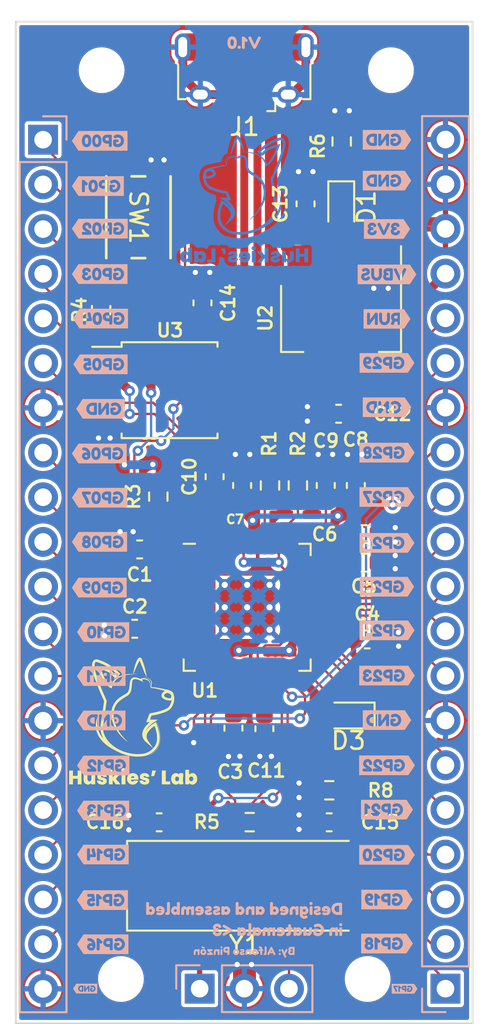
<source format=kicad_pcb>
(kicad_pcb (version 20211014) (generator pcbnew)
  (layers (0 "F.Cu" signal) (31 "B.Cu" power) (34 "B.Paste" user) (35 "F.Paste" user) (36 "B.SilkS" user "B.Silkscreen") (37 "F.SilkS" user "F.Silkscreen") (38 "B.Mask" user) (39 "F.Mask" user) (44 "Edge.Cuts" user))
  (net 0 "")
  (net 1 "+3V3")
  (net 2 "GND")
  (net 3 "+1V1")
  (net 4 "VBUS")
  (net 5 "Net-(C15-Pad2)")
  (net 6 "/XIN")
  (net 7 "Net-(D1-Pad1)")
  (net 8 "/GPIO0")
  (net 9 "/USB_D-")
  (net 10 "/USB_D+")
  (net 12 "/GPIO1")
  (net 13 "/GPIO2")
  (net 14 "/GPIO3")
  (net 15 "/GPIO4")
  (net 16 "/GPIO5")
  (net 17 "/GPIO6")
  (net 18 "/GPIO7")
  (net 19 "/GPIO8")
  (net 20 "/GPIO9")
  (net 21 "/GPIO10")
  (net 22 "/GPIO11")
  (net 23 "/GPIO12")
  (net 24 "/GPIO13")
  (net 25 "/GPIO14")
  (net 26 "/GPIO15")
  (net 27 "/GPIO16")
  (net 28 "/GPIO17")
  (net 29 "/GPIO18")
  (net 30 "/GPIO19")
  (net 31 "/GPIO20")
  (net 32 "/GPIO21")
  (net 33 "/GPIO22")
  (net 34 "/GPIO23")
  (net 35 "/GPIO24")
  (net 36 "/GPIO25")
  (net 37 "/GPIO26_ADC0")
  (net 38 "/GPIO27_ADC1")
  (net 39 "/GPIO28_ADC2")
  (net 40 "/GPIO29_ADC3")
  (net 41 "/RUN")
  (net 42 "/SWCLK")
  (net 43 "/SWD")
  (net 44 "Net-(R1-Pad1)")
  (net 45 "Net-(R2-Pad1)")
  (net 46 "/QSPI_SS")
  (net 47 "/USB_BOOT")
  (net 48 "/XOUT")
  (net 49 "/QSPI_SD1")
  (net 50 "/QSPI_SD2")
  (net 51 "/QSPI_SD0")
  (net 52 "/QSPI_SCLK")
  (net 53 "/QSPI_SD3")
  (net 54 "Net-(D3-Pad1)")
  (footprint "Resistor_SMD:R_0603_1608Metric" (layer "F.Cu") (at 71.835 66.375 90)
    (fp_text reference "R2")
    (fp_text value "27")
  )
  (footprint "Capacitor_SMD:C_0603_1608Metric" (layer "F.Cu") (at 67.1 65.875 90)
    (fp_text reference "C10")
    (fp_text value "100n")
  )
  (footprint "Connector_USB:USB_Micro-B_Amphenol_10118194_Horizontal" (layer "F.Cu") (at 68.7875 42.76 180)
    (fp_text reference "J1")
    (fp_text value "USB_B_Micro" hide)
  )
  (footprint "Capacitor_SMD:C_0603_1608Metric" (layer "F.Cu") (at 66.41 56 90)
    (fp_text reference "C14")
    (fp_text value "100n")
  )
  (footprint "MountingHole:MountingHole_2.1mm" (layer "F.Cu") (at 75.8 94.425)
    (fp_text reference "H2" hide)
    (fp_text value "MountingHole" hide)
  )
  (footprint "LED_SMD:LED_0603_1608Metric" (layer "F.Cu") (at 74.71 79.45 180)
    (fp_text reference "D3")
    (fp_text value "LED")
  )
  (footprint "Package_TO_SOT_SMD:SOT-223-3_TabPin2" (layer "F.Cu") (at 74.29 56.88 -90)
    (fp_text reference "U2")
    (fp_text value "AMS1117" hide)
  )
  (footprint "Capacitor_SMD:C_0603_1608Metric" (layer "F.Cu") (at 68.665 66.375 90)
    (fp_text reference "C7")
    (fp_text value "100n")
  )
  (footprint "Capacitor_SMD:C_0603_1608Metric" (layer "F.Cu") (at 75.595 69.14)
    (fp_text reference "C6")
    (fp_text value "100n")
  )
  (footprint "Package_SO:SOIC-8_5.23x5.23mm_P1.27mm" (layer "F.Cu") (at 64.54 60.96)
    (fp_text reference "U3")
    (fp_text value "W25Q128JVS" hide)
  )
  (footprint "MCU_RaspberryPi_and_Boards:RP2040-QFN-56" (layer "F.Cu") (at 68.95 73.3)
    (fp_text reference "U1")
    (fp_text value "RP2040")
  )
  (footprint "Resistor_SMD:R_0603_1608Metric" (layer "F.Cu") (at 69.095 85.51 180)
    (fp_text reference "R5")
    (fp_text value "1k")
  )
  (footprint "Resistor_SMD:R_0603_1608Metric" (layer "F.Cu") (at 63.9 67.01 -90)
    (fp_text reference "R3")
    (fp_text value "DNF")
  )
  (footprint "Capacitor_SMD:C_0603_1608Metric" (layer "F.Cu") (at 62.84 70.01 180)
    (fp_text reference "C1")
    (fp_text value "100n")
  )
  (footprint "LOGO" (layer "F.Cu") (at 62.431069 83.044095)
    (fp_text reference "G***" hide)
    (fp_text value "LOGO" hide)
  )
  (footprint "Resistor_SMD:R_0603_1608Metric" (layer "F.Cu") (at 70.25 66.375 90)
    (fp_text reference "R1")
    (fp_text value "27 ")
  )
  (footprint "Capacitor_SMD:C_0603_1608Metric" (layer "F.Cu") (at 73.615 85.52)
    (fp_text reference "C15")
    (fp_text value "27p")
  )
  (footprint "Capacitor_SMD:C_0603_1608Metric" (layer "F.Cu") (at 74.15 62.3 180)
    (fp_text reference "C12")
    (fp_text value "10u")
  )
  (footprint "MCU_RaspberryPi_and_Boards:Crystal_SMD_HC49-US" (layer "F.Cu") (at 68.825 89.125)
    (fp_text reference "Y1")
    (fp_text value "Crystal")
  )
  (footprint "Resistor_SMD:R_0603_1608Metric" (layer "F.Cu") (at 74.325 46.825 -90)
    (fp_text reference "R6")
    (fp_text value "1k")
  )
  (footprint "Capacitor_SMD:C_0603_1608Metric" (layer "F.Cu") (at 63.9475 85.52)
    (fp_text reference "C16")
    (fp_text value "27p")
  )
  (footprint "LOGO" (layer "F.Cu") (at 62.372893 78.969422)
    (fp_text reference "G***" hide)
    (fp_text value "LOGO" hide)
  )
  (footprint "MountingHole:MountingHole_2.1mm" (layer "F.Cu") (at 61.775 94.425)
    (fp_text reference "H4" hide)
    (fp_text value "MountingHole" hide)
  )
  (footprint "Resistor_SMD:R_0603_1608Metric" (layer "F.Cu") (at 60.65 56.41 -90)
    (fp_text reference "R4")
    (fp_text value "1K")
  )
  (footprint "MountingHole:MountingHole_2.1mm" (layer "F.Cu") (at 60.675 42.775)
    (fp_text reference "H3" hide)
    (fp_text value "MountingHole")
  )
  (footprint "Resistor_SMD:R_0603_1608Metric" (layer "F.Cu") (at 73.62 83.7)
    (fp_text reference "R8")
    (fp_text value "1k")
  )
  (footprint "Capacitor_SMD:C_0603_1608Metric" (layer "F.Cu") (at 72.27 50.37 90)
    (fp_text reference "C13")
    (fp_text value "10u")
  )
  (footprint "Capacitor_SMD:C_0603_1608Metric" (layer "F.Cu") (at 75.595 70.765)
    (fp_text reference "C5")
    (fp_text value "100n")
  )
  (footprint "FOOTPRINTS_s1:SW4_PTS815 SJM 250 SMTR LFS_CNK" (layer "F.Cu") (at 62.7685 51.1308 -90)
    (fp_text reference "SW1")
    (fp_text value "PTS815_SJM_250_SMTR_LFS")
  )
  (footprint "Capacitor_SMD:C_0603_1608Metric" (layer "F.Cu") (at 68.17 80.17 -90)
    (fp_text reference "C3")
    (fp_text value "100n")
  )
  (footprint "LED_SMD:LED_0603_1608Metric" (layer "F.Cu") (at 74.3 50.575 -90)
    (fp_text reference "D1")
    (fp_text value "LED")
  )
  (footprint "Capacitor_SMD:C_0603_1608Metric" (layer "F.Cu") (at 69.93 80.2 -90)
    (fp_text reference "C11")
    (fp_text value "100n")
  )
  (footprint "Capacitor_SMD:C_0603_1608Metric" (layer "F.Cu") (at 75.13 66.375 90)
    (fp_text reference "C8")
    (fp_text value "1u")
  )
  (footprint "Capacitor_SMD:C_0603_1608Metric" (layer "F.Cu") (at 73.42 66.375 90)
    (fp_text reference "C9")
    (fp_text value "1u")
  )
  (footprint "MountingHole:MountingHole_2.1mm" (layer "F.Cu") (at 77.125 42.775)
    (fp_text reference "H1" hide)
    (fp_text value "MountingHole" hide)
  )
  (footprint "Capacitor_SMD:C_0603_1608Metric" (layer "F.Cu") (at 75.775 75.125)
    (fp_text reference "C4")
    (fp_text value "100n")
  )
  (footprint "Capacitor_SMD:C_0603_1608Metric" (layer "F.Cu") (at 62.56 74.52 180)
    (fp_text reference "C2")
    (fp_text value "100n")
  )
  (footprint "kibuzzard-648F2CBD" (layer "B.Cu") (at 76.90238 54.38 180)
    (fp_text reference "kibuzzard-648F2CBD" hide)
    (fp_text value "G***" hide)
  )
  (footprint "kibuzzard-648F3680" (layer "B.Cu") (at 60.760981 74.71 180)
    (fp_text reference "kibuzzard-648F3680" hide)
    (fp_text value "G***" hide)
  )
  (footprint "kibuzzard-648F2D43" (layer "B.Cu") (at 76.90238 82.28 180)
    (fp_text reference "kibuzzard-648F2D43" hide)
    (fp_text value "G***" hide)
  )
  (footprint "kibuzzard-648F2D75" (layer "B.Cu") (at 76.90238 92.41 180)
    (fp_text reference "kibuzzard-648F2D75" hide)
    (fp_text value "G***" hide)
  )
  (footprint "kibuzzard-648F369C" (layer "B.Cu") (at 60.765585 82.29 180)
    (fp_text reference "kibuzzard-648F369C" hide)
    (fp_text value "G***" hide)
  )
  (footprint "kibuzzard-648F36A4" (layer "B.Cu") (at 60.760822 84.85 180)
    (fp_text reference "kibuzzard-648F36A4" hide)
    (fp_text value "G***" hide)
  )
  (footprint "kibuzzard-649102D9" (layer "B.Cu") (at 60.555082 69.58 180)
    (fp_text reference "kibuzzard-649102D9" hide)
    (fp_text value "G***" hide)
  )
  (footprint "kibuzzard-648F2D2B" (layer "B.Cu") (at 76.90238 77.18 180)
    (fp_text reference "kibuzzard-648F2D2B" hide)
    (fp_text value "G***" hide)
  )
  (footprint "kibuzzard-648F2D22" (layer "B.Cu") (at 76.90238 74.61 180)
    (fp_text reference "kibuzzard-648F2D22" hide)
    (fp_text value "G***" hide)
  )
  (footprint "kibuzzard-648F2C96" (layer "B.Cu") (at 76.90238 61.93 180)
    (fp_text reference "kibuzzard-648F2C96" hide)
    (fp_text value "G***" hide)
  )
  (footprint "kibuzzard-648F2CDB" (layer "B.Cu") (at 76.90238 64.51 180)
    (fp_text reference "kibuzzard-648F2CDB" hide)
    (fp_text value "G***" hide)
  )
  (footprint "kibuzzard-649102A3" (layer "B.Cu") (at 60.571751 51.78 180)
    (fp_text reference "kibuzzard-649102A3" hide)
    (fp_text value "G***" hide)
  )
  (footprint "kibuzzard-648F2C96" (layer "B.Cu") (at 76.90238 46.73 180)
    (fp_text reference "kibuzzard-648F2C96" hide)
    (fp_text value "G***" hide)
  )
  (footprint "kibuzzard-649102B0" (layer "B.Cu") (at 60.61 56.89 180)
    (fp_text reference "kibuzzard-649102B0" hide)
    (fp_text value "G***" hide)
  )
  (footprint "kibuzzard-648F2CE5" (layer "B.Cu") (at 76.90238 67.03 180)
    (fp_text reference "kibuzzard-648F2CE5" hide)
    (fp_text value "G***" hide)
  )
  (footprint "kibuzzard-649102AA" (layer "B.Cu") (at 60.566989 54.36 180)
    (fp_text reference "kibuzzard-649102AA" hide)
    (fp_text value "G***" hide)
  )
  (footprint "kibuzzard-648F2D0C" (layer "B.Cu") (at 76.90238 69.64 180)
    (fp_text reference "kibuzzard-648F2D0C" hide)
    (fp_text value "G***" hide)
  )
  (footprint "kibuzzard-64910390" (layer "B.Cu") (at 60.61 62.02 180)
    (fp_text reference "kibuzzard-64910390" hide)
    (fp_text value "G***" hide)
  )
  (footprint "LOGO" (layer "B.Cu") (at 68.877108 49.303517 180)
    (fp_text reference "G***" hide)
    (fp_text value "LOGO" hide)
  )
  (footprint "kibuzzard-649102D1" (layer "B.Cu") (at 60.548891 67.07 180)
    (fp_text reference "kibuzzard-649102D1" hide)
    (fp_text value "G***" hide)
  )
  (footprint "Connector_PinHeader_2.54mm:PinHeader_1x20_P2.54mm_Vertical" (layer "B.Cu") (at 80.225 94.975)
    (fp_text reference "J3" hide)
    (fp_text value "Conn_01x20_Male" hide)
  )
  (footprint "kibuzzard-648F2D5B" (layer "B.Cu") (at 76.90238 87.37 180)
    (fp_text reference "kibuzzard-648F2D5B" hide)
    (fp_text value "G***" hide)
  )
  (footprint "kibuzzard-64910299" (layer "B.Cu") (at 60.567147 46.79 180)
    (fp_text reference "kibuzzard-64910299" hide)
    (fp_text value "G***" hide)
  )
  (footprint "kibuzzard-648F2CB5" (layer "B.Cu") (at 76.90238 51.8 180)
    (fp_text reference "kibuzzard-648F2CB5" hide)
    (fp_text value "G***" hide)
  )
  (footprint "kibuzzard-648F2CC6" (layer "B.Cu") (at 76.90238 59.41 180)
    (fp_text reference "kibuzzard-648F2CC6" hide)
    (fp_text value "G***" hide)
  )
  (footprint "kibuzzard-648F2C96" (layer "B.Cu") (at 76.90238 79.71 180)
    (fp_text reference "kibuzzard-648F2C96" hide)
    (fp_text value "G***" hide)
  )
  (footprint "kibuzzard-648F368A" (layer "B.Cu") (at 60.657476 77.21 180)
    (fp_text reference "kibuzzard-648F368A" hide)
    (fp_text value "G***" hide)
  )
  (footprint "kibuzzard-648F3832" (layer "B.Cu") (at 68.78 41.21 180)
    (fp_text reference "kibuzzard-648F3832" hide)
    (fp_text value "G***" hide)
  )
  (footprint "kibuzzard-648F36AB" (layer "B.Cu") (at 60.745582 87.35 180)
    (fp_text reference "kibuzzard-648F36AB" hide)
    (fp_text value "G***" hide)
  )
  (footprint "kibuzzard-648F3652" (layer "B.Cu") (at 60.654142 79.73 180)
    (fp_text reference "kibuzzard-648F3652" hide)
    (fp_text value "G***" hide)
  )
  (footprint "kibuzzard-648F36C6" (layer "B.Cu") (at 60.737962 92.45 180)
    (fp_text reference "kibuzzard-648F36C6" hide)
    (fp_text value "G***" hide)
  )
  (footprint "kibuzzard-649102B6" (layer "B.Cu") (at 60.61 59.49 180)
    (fp_text reference "kibuzzard-649102B6" hide)
    (fp_text value "G***" hide)
  )
  (footprint "kibuzzard-6491029F" (layer "B.Cu") (at 60.463642 49.36 180)
    (fp_text reference "kibuzzard-6491029F" hide)
    (fp_text value "G***" hide)
  )
  (footprint "kibuzzard-648F2D6A" (layer "B.Cu") (at 76.90238 89.91 180)
    (fp_text reference "kibuzzard-648F2D6A" hide)
    (fp_text value "G***" hide)
  )
  (footprint "kibuzzard-648FAA0F" (layer "B.Cu") (at 77.9 94.98 180)
    (fp_text reference "kibuzzard-648FAA0F" hide)
    (fp_text value "G***" hide)
  )
  (footprint "kibuzzard-648F2D18" (layer "B.Cu") (at 76.90238 72.13 180)
    (fp_text reference "kibuzzard-648F2D18" hide)
    (fp_text value "G***" hide)
  )
  (footprint "kibuzzard-648F38C2" (layer "B.Cu") (at 68.78 91.02 180)
    (fp_text reference "kibuzzard-648F38C2" hide)
    (fp_text value "G***" hide)
  )
  (footprint "kibuzzard-649125AB" (layer "B.Cu") (at 68.78 92.89 180)
    (fp_text reference "kibuzzard-649125AB" hide)
    (fp_text value "G***" hide)
  )
  (footprint "kibuzzard-648F2D4D" (layer "B.Cu") (at 76.90238 84.8 180)
    (fp_text reference "kibuzzard-648F2D4D" hide)
    (fp_text value "G***" hide)
  )
  (footprint "Connector_PinHeader_2.54mm:PinHeader_1x20_P2.54mm_Vertical" (layer "B.Cu") (at 57.35 46.725 180)
    (fp_text reference "J2" hide)
    (fp_text value "Conn_01x20_Male" hide)
  )
  (footprint "kibuzzard-648F36B6" (layer "B.Cu") (at 60.723834 89.94 180)
    (fp_text reference "kibuzzard-648F36B6" hide)
    (fp_text value "G***" hide)
  )
  (footprint "kibuzzard-648F2C57" (layer "B.Cu") (at 76.90238 56.91 180)
    (fp_text reference "kibuzzard-648F2C57" hide)
    (fp_text value "G***" hide)
  )
  (footprint "kibuzzard-648FA7D0" (layer "B.Cu") (at 59.74 94.97 180)
    (fp_text reference "kibuzzard-648FA7D0" hide)
    (fp_text value "G***" hide)
  )
  (footprint "LOGO" (layer "B.Cu") (at 68.818931 53.374095 180)
    (fp_text reference "G***" hide)
    (fp_text value "LOGO" hide)
  )
  (footprint "kibuzzard-648F2CA2" (layer "B.Cu") (at 76.90238 49.05 180)
    (fp_text reference "kibuzzard-648F2CA2" hide)
    (fp_text value "G***" hide)
  )
  (footprint "kibuzzard-649102E1" (layer "B.Cu") (at 60.543652 72.18 180)
    (fp_text reference "kibuzzard-649102E1" hide)
    (fp_text value "G***" hide)
  )
  (footprint "kibuzzard-649102CC" (layer "B.Cu") (at 60.544129 64.56 180)
    (fp_text reference "kibuzzard-649102CC" hide)
    (fp_text value "G***" hide)
  )
  (footprint "Connector_PinHeader_2.54mm:PinHeader_1x03_P2.54mm_Vertical" (layer "B.Cu") (at 66.25 94.975 -90)
    (fp_text reference "J4" hide)
    (fp_text value "Conn_01x03_Male" hide)
  )
  (gr_rect (start 55.795 40.015) (end 81.765 96.95) (layer "Edge.Cuts") (width 0.1) (fill none))
  (segment (start 63.615 70.01) (end 64.305 70.7) (width 0.13) (layer "F.Cu") (net 1))
  (segment (start 75 62.225) (end 74.925 62.3) (width 0.5) (layer "F.Cu") (net 1))
  (segment (start 74.305 51.38) (end 79.81 51.38) (width 0.5) (layer "F.Cu") (net 1))
  (segment (start 69.325 68.875) (end 69.15 68.875) (width 0.13) (layer "F.Cu") (net 1))
  (segment (start 69.15 68.875) (end 69.15 69.8625) (width 0.13) (layer "F.Cu") (net 1))
  (segment (start 69.261132 67.846132) (end 68.665 67.25) (width 0.13) (layer "F.Cu") (net 1))
  (segment (start 71.55 69.8625) (end 71.5625 69.875) (width 0.13) (layer "F.Cu") (net 1))
  (segment (start 74.14 68.11) (end 75.1 67.15) (width 0.13) (layer "F.Cu") (net 1))
  (segment (start 66.705 59.055) (end 66.41 58.76) (width 0.5) (layer "F.Cu") (net 1))
  (segment (start 69.55 69.1) (end 69.325 68.875) (width 0.13) (layer "F.Cu") (net 1))
  (segment (start 74.11 68.223453) (end 73.42 68.913453) (width 0.13) (layer "F.Cu") (net 1))
  (segment (start 73.415 69.875) (end 74.14 69.15) (width 0.13) (layer "F.Cu") (net 1))
  (segment (start 69.15 68.471539) (end 69.15 68.875) (width 0.13) (layer "F.Cu") (net 1))
  (segment (start 74.11 68.11) (end 74.14 68.11) (width 0.13) (layer "F.Cu") (net 1))
  (segment (start 71.5825 69.43) (end 71.15 69.8625) (width 0.13) (layer "F.Cu") (net 1))
  (segment (start 71.15 69.95) (end 71.3 70.1) (width 0.13) (layer "F.Cu") (net 1))
  (segment (start 75 61.175) (end 75 62.225) (width 0.5) (layer "F.Cu") (net 1))
  (segment (start 69.15 78.42) (end 68.145 79.425) (width 0.13) (layer "F.Cu") (net 1))
  (segment (start 74.29 51.395) (end 73.9 51.785) (width 0.5) (layer "F.Cu") (net 1))
  (segment (start 68.14 59.055) (end 66.705 59.055) (width 0.5) (layer "F.Cu") (net 1))
  (segment (start 71.15 69.8625) (end 71.15 69.95) (width 0.13) (layer "F.Cu") (net 1))
  (segment (start 69.261132 68.360407) (end 69.261132 67.846132) (width 0.13) (layer "F.Cu") (net 1))
  (segment (start 66.41 58.76) (end 66.41 56.775) (width 0.5) (layer "F.Cu") (net 1))
  (segment (start 69.261132 68.360407) (end 69.15 68.471539) (width 0.13) (layer "F.Cu") (net 1))
  (segment (start 71.42 70.1) (end 71.55 69.97) (width 0.13) (layer "F.Cu") (net 1))
  (segment (start 65.5125 74.3) (end 63.505 74.3) (width 0.13) (layer "F.Cu") (net 1))
  (segment (start 79.81 51.38) (end 80.225 51.795) (width 0.5) (layer "F.Cu") (net 1))
  (segment (start 74.29 60.465) (end 75 61.175) (width 0.5) (layer "F.Cu") (net 1))
  (segment (start 72.92 69.43) (end 71.5825 69.43) (width 0.13) (layer "F.Cu") (net 1))
  (segment (start 71.55 69.97) (end 71.55 69.8625) (width 0.13) (layer "F.Cu") (net 1))
  (segment (start 69.15 76.7375) (end 69.15 78.42) (width 0.13) (layer "F.Cu") (net 1))
  (segment (start 71.5625 69.875) (end 73.415 69.875) (width 0.13) (layer "F.Cu") (net 1))
  (segment (start 71.3 70.1) (end 71.42 70.1) (width 0.13) (layer "F.Cu") (net 1))
  (segment (start 73.9 51.785) (end 73.9 53.31) (width 0.5) (layer "F.Cu") (net 1))
  (segment (start 74.175 74.3) (end 75 75.125) (width 0.13) (layer "F.Cu") (net 1))
  (segment (start 73.42 68.93) (end 72.92 69.43) (width 0.13) (layer "F.Cu") (net 1))
  (segment (start 72.3875 74.3) (end 74.175 74.3) (width 0.13) (layer "F.Cu") (net 1))
  (segment (start 72.3875 70.7) (end 74.755 70.7) (width 0.13) (layer "F.Cu") (net 1))
  (segment (start 64.305 70.7) (end 65.5125 70.7) (width 0.13) (layer "F.Cu") (net 1))
  (segment (start 63.505 74.3) (end 63.335 74.47) (width 0.13) (layer "F.Cu") (net 1))
  (segment (start 74.11 68.11) (end 74.11 68.223453) (width 0.13) (layer "F.Cu") (net 1))
  (segment (start 73.42 68.913453) (end 73.42 68.93) (width 0.13) (layer "F.Cu") (net 1))
  (segment (start 74.29 60.03) (end 74.29 60.465) (width 0.5) (layer "F.Cu") (net 1))
  (segment (start 74.14 69.15) (end 74.81 69.15) (width 0.13) (layer "F.Cu") (net 1))
  (segment (start 69.55 69.8625) (end 69.55 69.1) (width 0.13) (layer "F.Cu") (net 1))
  (segment (start 73.9 53.31) (end 74.29 53.7) (width 0.5) (layer "F.Cu") (net 1))
  (via (at 61.9755 65.2) (size 0.6) (drill 0.3) (layers "F.Cu" "B.Cu") (net 1))
  (via (at 69.261132 68.360407) (size 0.6) (drill 0.3) (layers "F.Cu" "B.Cu") (net 1))
  (via (at 71.34 75.75) (size 0.6) (drill 0.3) (layers "F.Cu" "B.Cu") (net 1))
  (via (at 63.59 65.18) (size 0.6) (drill 0.3) (layers "F.Cu" "B.Cu") (net 1))
  (via (at 68.48 75.75) (size 0.6) (drill 0.3) (layers "F.Cu" "B.Cu") (net 1))
  (via (at 74.11 68.11) (size 0.6) (drill 0.3) (layers "F.Cu" "B.Cu") (net 1))
  (segment (start 74.11 68.11) (end 74.1 68.12) (width 0.3) (layer "B.Cu") (net 1))
  (segment (start 68.48 75.75) (end 71.34 75.75) (width 0.4) (layer "B.Cu") (net 1))
  (segment (start 74.1 68.12) (end 69.501539 68.12) (width 0.3) (layer "B.Cu") (net 1))
  (segment (start 63.57 65.2) (end 61.9755 65.2) (width 0.5) (layer "B.Cu") (net 1))
  (segment (start 63.59 65.18) (end 63.57 65.2) (width 0.5) (layer "B.Cu") (net 1))
  (segment (start 69.501539 68.12) (end 69.261132 68.360407) (width 0.3) (layer "B.Cu") (net 1))
  (segment (start 71.87 48.54) (end 72.69 48.54) (width 0.5) (layer "F.Cu") (net 2))
  (segment (start 65.92 80.98) (end 65.91 80.99) (width 0.13) (layer "F.Cu") (net 2))
  (segment (start 60.83 74.304501) (end 60.83 74.71) (width 0.5) (layer "F.Cu") (net 2))
  (segment (start 72.69 49.175) (end 72.27 49.595) (width 0.5) (layer "F.Cu") (net 2))
  (segment (start 77.37 70.995) (end 77.37 71.11) (width 0.5) (layer "F.Cu") (net 2))
  (segment (start 71.9 85.1) (end 72.42 85.1) (width 0.5) (layer "F.Cu") (net 2))
  (segment (start 72.99 64.61) (end 72.99 65.17) (width 0.5) (layer "F.Cu") (net 2))
  (segment (start 72.3 48.97) (end 71.87 48.54) (width 0.5) (layer "F.Cu") (net 2))
  (segment (start 64.225 48.499298) (end 63.843499 48.880799) (width 0.5) (layer "F.Cu") (net 2))
  (segment (start 74.66 64.61) (end 75.06 64.61) (width 0.5) (layer "F.Cu") (net 2))
  (segment (start 70.03 81.77) (end 70.33 81.77) (width 0.5) (layer "F.Cu") (net 2))
  (segment (start 69.67 81.235) (end 69.93 80.975) (width 0.5) (layer "F.Cu") (net 2))
  (segment (start 73.935 45.61) (end 74.325 46) (width 0.5) (layer "F.Cu") (net 2))
  (segment (start 68.28 64.61) (end 69.1 64.61) (width 0.5) (layer "F.Cu") (net 2))
  (segment (start 60.5 63.68) (end 60.68 63.68) (width 0.5) (layer "F.Cu") (net 2))
  (segment (start 60.5 63.305) (end 60.94 62.865) (width 0.5) (layer "F.Cu") (net 2))
  (segment (start 64.225 47.875) (end 64.225 48.499298) (width 0.5) (layer "F.Cu") (net 2))
  (segment (start 61.595 74.71) (end 60.83 74.71) (width 0.5) (layer "F.Cu") (net 2))
  (segment (start 61.569501 74.304501) (end 61.785 74.52) (width 0.5) (layer "F.Cu") (net 2))
  (segment (start 67.1 65.1) (end 67.275 64.925) (width 0.5) (layer "F.Cu") (net 2))
  (segment (start 60.94 62.865) (end 60.68 63.125) (width 0.5) (layer "F.Cu") (net 2))
  (segment (start 67.89 81.225) (end 68.17 80.945) (width 0.5) (layer "F.Cu") (net 2))
  (segment (start 77.14 70.765) (end 77.37 70.995) (width 0.5) (layer "F.Cu") (net 2))
  (segment (start 76.37 70.765) (end 76.775 70.36) (width 0.5) (layer "F.Cu") (net 2))
  (segment (start 62.1 69.975) (end 62.1 69.275) (width 0.5) (layer "F.Cu") (net 2))
  (segment (start 60.84 74.92) (end 61.385 74.92) (width 0.5) (layer "F.Cu") (net 2))
  (segment (start 76.97 54.11) (end 76.59 53.73) (width 0.5) (layer "F.Cu") (net 2))
  (segment (start 60.83 74.71) (end 60.83 74.91) (width 0.5) (layer "F.Cu") (net 2))
  (segment (start 68.09 81.78) (end 68.53 81.78) (width 0.5) (layer "F.Cu") (net 2))
  (segment (start 76.15 55.17) (end 76.15 54.17) (width 0.5) (layer "F.Cu") (net 2))
  (segment (start 66.005 54.265) (end 66.005 54.82) (width 0.5) (layer "F.Cu") (net 2))
  (segment (start 62.225 85.13) (end 62.225 85.95) (width 0.5) (layer "F.Cu") (net 2))
  (segment (start 65.2875 41.46) (end 65.2875 43.16) (width 0.5) (layer "F.Cu") (net 2))
  (segment (start 63.85 48.874298) (end 63.85 48.15) (width 0.5) (layer "F.Cu") (net 2))
  (segment (start 73.81 64.61) (end 73.385 64.61) (width 0.5) (layer "F.Cu") (net 2))
  (segment (start 66.425 55.21) (end 66.41 55.225) (width 0.5) (layer "F.Cu") (net 2))
  (segment (start 62.7825 85.13) (end 63.1725 85.52) (width 0.5) (layer "F.Cu") (net 2))
  (segment (start 76.37 70.765) (end 77.14 70.765) (width 0.5) (layer "F.Cu") (net 2))
  (segment (start 73.81 65.21) (end 73.42 65.6) (width 0.5) (layer "F.Cu") (net 2))
  (segment (start 77.33 71.15) (end 77.37 71.11) (width 0.5) (layer "F.Cu") (net 2))
  (segment (start 77.56 75.51) (end 77.56 74.74) (width 0.5) (layer "F.Cu") (net 2))
  (segment (start 67.275 64.925) (end 67.965 64.925) (width 0.5) (layer "F.Cu") (net 2))
  (segment (start 76.65 71.15) (end 77.33 71.15) (width 0.5) (layer "F.Cu") (net 2))
  (segment (start 68.79 94.975) (end 68.38 94.565) (width 0.5) (layer "F.Cu") (net 2))
  (segment (start 76.59 53.73) (end 76.55 53.77) (width 0.5) (layer "F.Cu") (net 2))
  (segment (start 68.54 81.77) (end 68.54 81.315) (width 0.5) (layer "F.Cu") (net 2))
  (segment (start 68.53 81.78) (end 68.54 81.77) (width 0.5) (layer "F.Cu") (net 2))
  (segment (start 76.935 75.51) (end 77.56 75.51) (width 0.5) (layer "F.Cu") (net 2))
  (segment (start 68.79 94.975) (end 68.79 93.65) (width 0.5) (layer "F.Cu") (net 2))
  (segment (start 60.68 63.68) (end 61.16 63.68) (width 0.5) (layer "F.Cu") (net 2))
  (segment (start 68.38 93.6) (end 68.74 93.6) (width 0.5) (layer "F.Cu") (net 2))
  (segment (start 75.48 65.25) (end 75.13 65.6) (width 0.5) (layer "F.Cu") (net 2))
  (segment (start 76.15 54.17) (end 76.59 53.73) (width 0.5) (layer "F.Cu") (net 2))
  (segment (start 72.375 61.9) (end 72.975 61.9) (width 0.5) (layer "F.Cu") (net 2))
  (segment (start 72.3 48.97) (end 72.3 48.93) (width 0.5) (layer "F.Cu") (net 2))
  (segment (start 69.67 81.77) (end 70.03 81.77) (width 0.5) (layer "F.Cu") (net 2))
  (segment (start 72.955 62.72) (end 73.375 62.3) (width 0.5) (layer "F.Cu") (net 2))
  (segment (start 68.28 65.215) (end 68.665 65.6) (width 0.5) (layer "F.Cu") (net 2))
  (segment (start 68.715 64.995) (end 69.1 64.61) (width 0.5) (layer "F.Cu") (net 2))
  (segment (start 76.37 70.87) (end 76.65 71.15) (width 0.5) (layer "F.Cu") (net 2))
  (segment (start 71.87 49.195) (end 72.27 49.595) (width 0.5) (layer "F.Cu") (net 2))
  (segment (start 73.35 62.325) (end 72.65 62.325) (width 0.5) (layer "F.Cu") (net 2))
  (segment (start 62.225 85.95) (end 62.7425 85.95) (width 0.5) (layer "F.Cu") (net 2))
  (segment (start 72.99 65.17) (end 73.42 65.6) (width 0.5) (layer "F.Cu") (net 2))
  (segment (start 62.065 70.01) (end 62.1 69.975) (width 0.5) (layer "F.Cu") (net 2))
  (segment (start 66.005 54.82) (end 66.41 55.225) (width 0.5) (layer "F.Cu") (net 2))
  (segment (start 76.15 55.17) (end 76.97 55.17) (width 0.5) (layer "F.Cu") (net 2))
  (segment (start 77.37 68.77) (end 77.37 69.59) (width 0.5) (layer "F.Cu") (net 2))
  (segment (start 68.28 64.61) (end 68.28 65.215) (width 0.5) (layer "F.Cu") (net 2))
  (segment (start 72.385 84.11) (end 72.795 83.7) (width 0.5) (layer "F.Cu") (net 2))
  (segment (start 73.935 45.0775) (end 74.755 45.0775) (width 0.5) (layer "F.Cu") (net 2))
  (segment (start 76.37 69.14) (end 76.38 69.15) (width 0.5) (layer "F.Cu") (net 2))
  (segment (start 77.56 74.74) (end 77.55 74.73) (width 0.5) (layer "F.Cu") (net 2))
  (segment (start 62.225 85.13) (end 62.7825 85.13) (width 0.5) (layer "F.Cu") (net 2))
  (segment (start 67.725 65.725) (end 68.54 65.725) (width 0.5) (layer "F.Cu") (net 2))
  (segment (start 72.84 85.52) (end 72.835 85.525) (width 0.5) (layer "F.Cu") (net 2))
  (segment (start 73.385 64.61) (end 73.385 65.565) (width 0.5) (layer "F.Cu") (net 2))
  (segment (start 68.79 94.975) (end 68.4 94.585) (width 0.5) (layer "F.Cu") (net 2))
  (segment (start 60.83 74.304501) (end 61.569501 74.304501) (width 0.5) (layer "F.Cu") (net 2))
  (segment (start 60.5 63.68) (end 60.5 63.305) (width 0.5) (layer "F.Cu") (net 2))
  (segment (start 71.9 83.29) (end 71.9 84.11) (width 0.5) (layer "F.Cu") (net 2))
  (segment (start 71.87 48.54) (end 71.87 49.195) (width 0.5) (layer "F.Cu") (net 2))
  (segment (start 63.49 47.875) (end 64.225 47.875) (width 0.5) (layer "F.Cu") (net 2))
  (segment (start 72.69 48.54) (end 72.69 49.175) (width 0.5) (layer "F.Cu") (net 2))
  (segment (start 72.42 85.1) (end 72.84 85.52) (width 0.5) (layer "F.Cu") (net 2))
  (segment (start 66.825 54.81) (end 66.41 55.225) (width 0.5) (layer "F.Cu") (net 2))
  (segment (start 72.375 61.9) (end 72.375 62.72) (width 0.5) (layer "F.Cu") (net 2))
  (segment (start 70.33 81.77) (end 70.33 81.375) (width 0.5) (layer "F.Cu") (net 2))
  (segment (start 76.38 69.15) (end 77.125 69.15) (width 0.5) (layer "F.Cu") (net 2))
  (segment (start 67.375 65.375) (end 67.95 65.375) (width 0.5) (layer "F.Cu") (net 2))
  (segment (start 62.7425 85.95) (end 63.1725 85.52) (width 0.5) (layer "F.Cu") (net 2))
  (segment (start 76.625 75.2) (end 77.25 75.2) (width 0.5) (layer "F.Cu") (net 2))
  (segment (start 76.55 75.125) (end 76.95 74.725) (width 0.5) (layer "F.Cu") (net 2))
  (segment (start 66.425 54.265) (end 66.425 55.21) (width 0.5) (layer "F.Cu") (net 2))
  (segment (start 70.03 81.075) (end 70.03 81.77) (width 0.5) (layer "F.Cu") (net 2))
  (segment (start 68.4 94.585) (end 68.4 93.62) (width 0.5) (layer "F.Cu") (net 2))
  (segment (start 77.37 70.36) (end 77.37 70.995) (width 0.5) (layer "F.Cu") (net 2))
  (segment (start 68.915 94.975) (end 69.2 94.69) (width 0.5) (layer "F.Cu") (net 2))
  (segment (start 68.09 81.025) (end 68.09 81.78) (width 0.5) (layer "F.Cu") (net 2))
  (segment (start 69.1 65.165) (end 68.665 65.6) (width 0.5) (layer "F.Cu") (net 2))
  (segment (start 67.89 81.78) (end 68.09 81.78) (width 0.5) (layer "F.Cu") (net 2))
  (segment (start 76.55 75.125) (end 76.935 75.51) (width 0.5) (layer "F.Cu") (net 2))
  (segment (start 75.06 64.61) (end 75.06 65.53) (width 0.5) (layer "F.Cu") (net 2))
  (segment (start 75.06 65.53) (end 75.13 65.6) (width 0.5) (layer "F.Cu") (net 2))
  (segment (start 75.06 64.61) (end 75.48 64.61) (width 0.5) (layer "F.Cu") (net 2))
  (segment (start 68.665 64.995) (end 68.715 64.995) (width 0.5) (layer "F.Cu") (net 2))
  (segment (start 74.66 64.61) (end 74.66 65.13) (width 0.5) (layer "F.Cu") (net 2))
  (segment (start 68.665 65.6) (end 68.665 64.995) (width 0.5) (layer "F.Cu") (net 2))
  (segment (start 76.82 69.59) (end 76.37 69.14) (width 0.5) (layer "F.Cu") (net 2))
  (segment (start 70.33 81.375) (end 69.93 80.975) (width 0.5) (layer "F.Cu") (net 2))
  (segment (start 76.97 55.17) (end 76.97 54.11) (width 0.5) (layer "F.Cu") (net 2))
  (segment (start 72.2875 43.3375) (end 72.2875 41.46) (width 0.5) (layer "F.Cu") (net 2))
  (segment (start 68.17 80.945) (end 68.09 81.025) (width 0.5) (layer "F.Cu") (net 2))
  (segment (start 73.385 65.565) (end 73.42 65.6) (width 0.5) (layer "F.Cu") (net 2))
  (segment (start 71.9 83.29) (end 72.385 83.29) (width 0.5) (layer "F.Cu") (net 2))
  (segment (start 77.545 74.725) (end 77.55 74.73) (width 0.5) (layer "F.Cu") (net 2))
  (segment (start 61.16 63.68) (end 61.160838 63.680838) (width 0.5) (layer "F.Cu") (net 2))
  (segment (start 71.9 84.11) (end 72.385 84.11) (width 0.5) (layer "F.Cu") (net 2))
  (segment (start 69.2 94.69) (end 69.2 93.6) (width 0.5) (layer "F.Cu") (net 2))
  (segment (start 72.375 62.72) (end 72.955 62.72) (width 0.5) (layer "F.Cu") (net 2))
  (segment (start 61.722845 69.667845) (end 62.065 70.01) (width 0.5) (layer "F.Cu") (net 2))
  (segment (start 67.965 64.925) (end 68.28 64.61) (width 0.5) (layer "F.Cu") (net 2))
  (segment (start 76.775 70.36) (end 77.37 70.36) (width 0.5) (layer "F.Cu") (net 2))
  (segment (start 61.785 74.52) (end 61.595 74.71) (width 0.5) (layer "F.Cu") (net 2))
  (segment (start 63.843499 48.880799) (end 63.85 48.874298) (width 0.5) (layer "F.Cu") (net 2))
  (segment (start 74.755 45.0775) (end 74.755 45.57) (width 0.5) (layer "F.Cu") (net 2))
  (segment (start 62.47 69) (end 62.47 69.605) (width 0.5) (layer "F.Cu") (net 2))
  (segment (start 69.67 81.77) (end 69.67 81.235) (width 0.5) (layer "F.Cu") (net 2))
  (segment (start 72.795 83.7) (end 72.175 83.7) (width 0.5) (layer "F.Cu") (net 2))
  (segment (start 68.79 94.975) (end 68.915 94.975) (width 0.5) (layer "F.Cu") (net 2))
  (segment (start 69.1 64.61) (end 69.1 65.165) (width 0.5) (layer "F.Cu") (net 2))
  (segment (start 73.375 62.3) (end 73.35 62.325) (width 0.5) (layer "F.Cu") (net 2))
  (segment (start 74.66 65.13) (end 75.13 65.6) (width 0.5) (layer "F.Cu") (net 2))
  (segment (start 77.37 68.77) (end 76.74 68.77) (width 0.5) (layer "F.Cu") (net 2))
  (segment (start 65.92 79.59) (end 65.92 80.98) (width 0.13) (layer "F.Cu") (net 2))
  (segment (start 72.835 85.525) (end 72.2 85.525) (width 0.5) (layer "F.Cu") (net 2))
  (segment (start 68.74 93.6) (end 69.2 93.6) (width 0.5) (layer "F.Cu") (net 2))
  (segment (start 66.825 54.265) (end 66.825 54.81) (width 0.5) (layer "F.Cu") (net 2))
  (segment (start 67.89 81.78) (end 67.89 81.225) (width 0.5) (layer "F.Cu") (net 2))
  (segment (start 71.9 85.92) (end 72.44 85.92) (width 0.5) (layer "F.Cu") (net 2))
  (segment (start 63.1725 85.52) (end 63.1175 85.575) (width 0.5) (layer "F.Cu") (net 2))
  (segment (start 69.7875 41.46) (end 71.6875 41.46) (width 0.5) (layer "F.Cu") (net 2))
  (segment (start 73.81 64.61) (end 73.81 65.21) (width 0.5) (layer "F.Cu") (net 2))
  (segment (start 65.2875 43.16) (end 66.2875 44.16) (width 0.5) (layer "F.Cu") (net 2))
  (segment (start 76.55 53.77) (end 76.55 55.13) (width 0.5) (layer "F.Cu") (net 2))
  (segment (start 69.7875 41.46) (end 67.7875 41.46) (width 0.5) (layer "F.Cu") (net 2))
  (segment (start 76.74 68.77) (end 76.37 69.14) (width 0.5) (layer "F.Cu") (net 2))
  (segment (start 66.425 54.265) (end 66.825 54.265) (width 0.5) (layer "F.Cu") (net 2))
  (segment (start 68.665 64.995) (end 68.28 64.61) (width 0.5) (layer "F.Cu") (net 2))
  (segment (start 63.1175 85.575) (end 62.525 85.575) (width 0.5) (layer "F.Cu") (net 2))
  (segment (start 71.9 85.1) (end 71.9 85.92) (width 0.5) (layer "F.Cu") (net 2))
  (segment (start 60.68 63.125) (end 60.68 63.68) (width 0.5) (layer "F.Cu") (net 2))
  (segment (start 74.325 46) (end 74.375 45.95) (width 0.5) (layer "F.Cu") (net 2))
  (segment (start 63.49 48.5273) (end 63.843499 48.880799) (width 0.5) (layer "F.Cu") (net 2))
  (segment (start 77.37 69.59) (end 76.82 69.59) (width 0.5) (layer "F.Cu") (net 2))
  (segment (start 76.55 75.125) (end 76.625 75.2) (width 0.5) (layer "F.Cu") (net 2))
  (segment (start 67.4875 44.16) (end 66.2875 44.16) (width 0.5) (layer "F.Cu") (net 2))
  (segment (start 61.385 74.92) (end 61.785 74.52) (width 0.5) (layer "F.Cu") (net 2))
  (segment (start 67.95 76.7375) (end 67.95 77.56) (width 0.13) (layer "F.Cu") (net 2))
  (segment (start 61.160838 63.085838) (end 60.94 62.865) (width 0.5) (layer "F.Cu") (net 2))
  (segment (start 72.3 48.93) (end 72.69 48.54) (width 0.5) (layer "F.Cu") (net 2))
  (segment (start 76.95 74.725) (end 77.545 74.725) (width 0.5) (layer "F.Cu") (net 2))
  (segment (start 71.6875 41.46) (end 72.2875 41.46) (width 0.5) (layer "F.Cu") (net 2))
  (segment (start 74.755 45.57) (end 74.325 46) (width 0.5) (layer "F.Cu") (net 2))
  (segment (start 61.160838 63.680838) (end 61.160838 63.085838) (width 0.5) (layer "F.Cu") (net 2))
  (segment (start 67.1 65.1) (end 67.375 65.375) (width 0.5) (layer "F.Cu") (net 2))
  (segment (start 76.37 70.765) (end 76.37 70.87) (width 0.5) (layer "F.Cu") (net 2))
  (segment (start 68.4 93.62) (end 68.38 93.6) (width 0.5) (layer "F.Cu") (net 2))
  (segment (start 68.54 65.725) (end 68.665 65.6) (width 0.5) (layer "F.Cu") (net 2))
  (segment (start 60.83 74.91) (end 60.84 74.92) (width 0.5) (layer "F.Cu") (net 2))
  (segment (start 75.48 64.61) (end 75.48 65.25) (width 0.5) (layer "F.Cu") (net 2))
  (segment (start 72.44 85.92) (end 72.84 85.52) (width 0.5) (layer "F.Cu") (net 2))
  (segment (start 68.54 81.315) (end 68.17 80.945) (width 0.5) (layer "F.Cu") (net 2))
  (segment (start 67.1 65.1) (end 67.725 65.725) (width 0.5) (layer "F.Cu") (net 2))
  (segment (start 72.385 83.29) (end 72.795 83.7) (width 0.5) (layer "F.Cu") (net 2))
  (segment (start 67.95 77.56) (end 65.92 79.59) (width 0.13) (layer "F.Cu") (net 2))
  (segment (start 61.722845 69) (end 62.47 69) (width 0.5) (layer "F.Cu") (net 2))
  (segment (start 68.79 93.65) (end 68.74 93.6) (width 0.5) (layer "F.Cu") (net 2))
  (segment (start 61.722845 69) (end 61.722845 69.667845) (width 0.5) (layer "F.Cu") (net 2))
  (segment (start 71.49 44.16) (end 72.3 43.35) (width 0.5) (layer "F.Cu") (net 2))
  (segment (start 72.3 49.595) (end 72.3 48.97) (width 0.5) (layer "F.Cu") (net 2))
  (segment (start 71.2875 44.16) (end 71.49 44.16) (width 0.5) (layer "F.Cu") (net 2))
  (segment (start 62.47 69.605) (end 62.065 70.01) (width 0.5) (layer "F.Cu") (net 2))
  (segment (start 66.005 54.265) (end 66.425 54.265) (width 0.5) (layer "F.Cu") (net 2))
  (segment (start 72.3 43.35) (end 72.2875 43.3375) (width 0.5) (layer "F.Cu") (net 2))
  (segment (start 67.7875 41.46) (end 65.2875 41.46) (width 0.5) (layer "F.Cu") (net 2))
  (segment (start 72.99 64.61) (end 73.385 64.61) (width 0.5) (layer "F.Cu") (net 2))
  (segment (start 74.375 45.95) (end 74.375 45.35) (width 0.5) (layer "F.Cu") (net 2))
  (segment (start 72.975 61.9) (end 73.375 62.3) (width 0.5) (layer "F.Cu") (net 2))
  (segment (start 63.49 47.875) (end 63.49 48.5273) (width 0.5) (layer "F.Cu") (net 2))
  (segment (start 73.935 45.0775) (end 73.935 45.61) (width 0.5) (layer "F.Cu") (net 2))
  (via (at 76.15 55.17) (size 0.6) (drill 0.3) (layers "F.Cu" "B.Cu") (net 2))
  (via (at 71.87 48.54) (size 0.6) (drill 0.3) (layers "F.Cu" "B.Cu") (net 2))
  (via (at 75.48 64.61) (size 0.6) (drill 0.3) (layers "F.Cu" "B.Cu") (net 2))
  (via (at 66.825 54.265) (size 0.6) (drill 0.3) (layers "F.Cu" "B.Cu") (net 2))
  (via (at 61.160838 63.680838) (size 0.6) (drill 0.3) (layers "F.Cu" "B.Cu") (net 2))
  (via (at 72.69 48.54) (size 0.6) (drill 0.3) (layers "F.Cu" "B.Cu") (net 2))
  (via (at 71.9 83.29) (size 0.6) (drill 0.3) (layers "F.Cu" "B.Cu") (net 2))
  (via (at 60.84 74.92) (size 0.6) (drill 0.3) (layers "F.Cu" "B.Cu") (net 2))
  (via (at 72.375 61.9) (size 0.6) (drill 0.3) (layers "F.Cu" "B.Cu") (net 2))
  (via (at 72.99 64.61) (size 0.6) (drill 0.3) (layers "F.Cu" "B.Cu") (net 2))
  (via (at 62.225 85.95) (size 0.6) (drill 0.3) (layers "F.Cu" "B.Cu") (net 2))
  (via (at 73.81 64.61) (size 0.6) (drill 0.3) (layers "F.Cu" "B.Cu") (net 2))
  (via (at 74.755 45.0775) (size 0.6) (drill 0.3) (layers "F.Cu" "B.Cu") (net 2))
  (via (at 71.9 85.1) (size 0.6) (drill 0.3) (layers "F.Cu" "B.Cu") (net 2))
  (via (at 63.49 47.875) (size 0.6) (drill 0.3) (layers "F.Cu" "B.Cu") (net 2))
  (via (at 60.83 74.304501) (size 0.6) (drill 0.3) (layers "F.Cu" "B.Cu") (net 2))
  (via (at 77.37 69.59) (size 0.6) (drill 0.3) (layers "F.Cu" "B.Cu") (net 2))
  (via (at 60.5 63.68) (size 0.6) (drill 0.3) (layers "F.Cu" "B.Cu") (net 2))
  (via (at 61.722845 69) (size 0.6) (drill 0.3) (layers "F.Cu" "B.Cu") (net 2))
  (via (at 71.9 85.92) (size 0.6) (drill 0.3) (layers "F.Cu" "B.Cu") (net 2))
  (via (at 69.67 81.77) (size 0.6) (drill 0.3) (layers "F.Cu" "B.Cu") (net 2))
  (via (at 71.9 84.11) (size 0.6) (drill 0.3) (layers "F.Cu" "B.Cu") (net 2))
  (via (at 69.1 64.61) (size 0.6) (drill 0.3) (layers "F.Cu" "B.Cu") (net 2))
  (via (at 73.935 45.0775) (size 0.6) (drill 0.3) (layers "F.Cu" "B.Cu") (net 2))
  (via (at 72.375 62.72) (size 0.6) (drill 0.3) (layers "F.Cu" "B.Cu") (net 2))
  (via (at 70.33 81.77) (size 0.6) (drill 0.3) (layers "F.Cu" "B.Cu") (net 2))
  (via (at 66.005 54.265) (size 0.6) (drill 0.3) (layers "F.Cu" "B.Cu") (net 2))
  (via (at 62.225 85.13) (size 0.6) (drill 0.3) (layers "F.Cu" "B.Cu") (net 2))
  (via (at 65.91 80.99) (size 0.6) (drill 0.3) (layers "F.Cu" "B.Cu") (net 2))
  (via (at 68.28 64.61) (size 0.6) (drill 0.3) (layers "F.Cu" "B.Cu") (net 2))
  (via (at 64.225 47.875) (size 0.6) (drill 0.3) (layers "F.Cu" "B.Cu") (net 2))
  (via (at 68.54 81.77) (size 0.6) (drill 0.3) (layers "F.Cu" "B.Cu") (net 2))
  (via (at 77.56 75.51) (size 0.6) (drill 0.3) (layers "F.Cu" "B.Cu") (net 2))
  (via (at 68.38 93.6) (size 0.6) (drill 0.3) (layers "F.Cu" "B.Cu") (net 2))
  (via (at 77.55 74.73) (size 0.6) (drill 0.3) (layers "F.Cu" "B.Cu") (net 2))
  (via (at 62.47 69) (size 0.6) (drill 0.3) (layers "F.Cu" "B.Cu") (net 2))
  (via (at 77.37 68.77) (size 0.6) (drill 0.3) (layers "F.Cu" "B.Cu") (net 2))
  (via (at 77.37 70.36) (size 0.6) (drill 0.3) (layers "F.Cu" "B.Cu") (net 2))
  (via (at 69.2 93.6) (size 0.6) (drill 0.3) (layers "F.Cu" "B.Cu") (net 2))
  (via (at 67.89 81.78) (size 0.6) (drill 0.3) (layers "F.Cu" "B.Cu") (net 2))
  (via (at 74.66 64.61) (size 0.6) (drill 0.3) (layers "F.Cu" "B.Cu") (net 2))
  (via (at 77.37 71.11) (size 0.6) (drill 0.3) (layers "F.Cu" "B.Cu") (net 2))
  (via (at 76.97 55.17) (size 0.6) (drill 0.3) (layers "F.Cu" "B.Cu") (net 2))
  (segment (start 70.75 69.13) (end 71.098 68.782) (width 0.13) (layer "F.Cu") (net 3))
  (segment (start 68.75 70.79) (end 68.75 69.8625) (width 0.13) (layer "F.Cu") (net 3))
  (segment (start 67.08 66.93) (end 67.08 66.67) (width 0.13) (layer "F.Cu") (net 3))
  (segment (start 71.05 71.13) (end 70.74 70.82) (width 0.13) (layer "F.Cu") (net 3))
  (segment (start 68.75 69.8625) (end 68.75 68.6) (width 0.13) (layer "F.Cu") (net 3))
  (segment (start 69.55 76.7375) (end 69.55 75.9) (width 0.13) (layer "F.Cu") (net 3))
  (segment (start 69.99 75.46) (end 70.8 75.46) (width 0.13) (layer "F.Cu") (net 3))
  (segment (start 67.08 66.67) (end 67.1 66.65) (width 0.13) (layer "F.Cu") (net 3))
  (segment (start 71.693452 68.545) (end 73.425 68.545) (width 0.13) (layer "F.Cu") (net 3))
  (segment (start 71.098 68.782) (end 71.456452 68.782) (width 0.13) (layer "F.Cu") (net 3))
  (segment (start 70.75 69.8625) (end 70.75 70.81) (width 0.13) (layer "F.Cu") (net 3))
  (segment (start 73.425 67.25) (end 73.42 67.245) (width 0.13) (layer "F.Cu") (net 3))
  (segment (start 70.8 75.46) (end 71.05 75.21) (width 0.13) (layer "F.Cu") (net 3))
  (segment (start 68.75 68.6) (end 67.08 66.93) (width 0.13) (layer "F.Cu") (net 3))
  (segment (start 70.75 69.8625) (end 70.75 69.13) (width 0.13) (layer "F.Cu") (net 3))
  (segment (start 69.55 75.9) (end 69.99 75.46) (width 0.13) (layer "F.Cu") (net 3))
  (segment (start 71.456452 68.782) (end 71.693452 68.545) (width 0.13) (layer "F.Cu") (net 3))
  (segment (start 69.545 76.7425) (end 69.545 78.85) (width 0.13) (layer "F.Cu") (net 3))
  (segment (start 71.05 75.21) (end 71.05 71.13) (width 0.13) (layer "F.Cu") (net 3))
  (segment (start 69.545 78.85) (end 70.1 79.405) (width 0.13) (layer "F.Cu") (net 3))
  (segment (start 69.55 76.7375) (end 69.545 76.7425) (width 0.13) (layer "F.Cu") (net 3))
  (segment (start 73.425 68.545) (end 73.425 67.25) (width 0.13) (layer "F.Cu") (net 3))
  (via (at 68.76 70.74) (size 0.6) (drill 0.3) (layers "F.Cu" "B.Cu") (net 3))
  (via (at 70.74 70.74) (size 0.6) (drill 0.3) (layers "F.Cu" "B.Cu") (net 3))
  (segment (start 68.76 70.74) (end 70.74 70.74) (width 0.5) (layer "B.Cu") (net 3))
  (segment (start 72.76 56.53) (end 71.99 55.76) (width 0.5) (layer "F.Cu") (net 4))
  (segment (start 78.03 56.53) (end 72.76 56.53) (width 0.5) (layer "F.Cu") (net 4))
  (segment (start 71.99 55.76) (end 71.99 53.73) (width 0.5) (layer "F.Cu") (net 4))
  (segment (start 80.225 54.335) (end 78.03 56.53) (width 0.5) (layer "F.Cu") (net 4))
  (segment (start 71.12 45.68) (end 71.12 52.86) (width 0.5) (layer "F.Cu") (net 4))
  (segment (start 72.35 51.225) (end 72.35 53.37) (width 0.5) (layer "F.Cu") (net 4))
  (segment (start 72.27 51.145) (end 72.35 51.225) (width 0.5) (layer "F.Cu") (net 4))
  (segment (start 72.35 53.37) (end 71.99 53.73) (width 0.5) (layer "F.Cu") (net 4))
  (segment (start 70.0875 44.16) (end 70.0875 44.6475) (width 0.5) (layer "F.Cu") (net 4))
  (segment (start 71.12 52.86) (end 71.99 53.73) (width 0.5) (layer "F.Cu") (net 4))
  (segment (start 70.0875 44.6475) (end 71.12 45.68) (width 0.5) (layer "F.Cu") (net 4))
  (segment (start 74.39 87.81) (end 74.39 85.52) (width 0.5) (layer "F.Cu") (net 5))
  (segment (start 71.055 89.125) (end 73.075 89.125) (width 0.5) (layer "F.Cu") (net 5))
  (segment (start 69.92 85.51) (end 69.92 87.99) (width 0.5) (layer "F.Cu") (net 5))
  (segment (start 69.92 87.99) (end 71.055 89.125) (width 0.5) (layer "F.Cu") (net 5))
  (segment (start 73.075 89.125) (end 74.39 87.81) (width 0.5) (layer "F.Cu") (net 5))
  (segment (start 64.53 89.08) (end 64.53 85.7125) (width 0.5) (layer "F.Cu") (net 6))
  (segment (start 64.53 85.7125) (end 64.7225 85.52) (width 0.5) (layer "F.Cu") (net 6))
  (segment (start 66.56 79.370345) (end 66.56 83.6825) (width 0.13) (layer "F.Cu") (net 6))
  (segment (start 68.35 76.7375) (end 68.35 77.96331) (width 0.13) (layer "F.Cu") (net 6))
  (segment (start 68.35 77.96331) (end 68.253311 78.059999) (width 0.13) (layer "F.Cu") (net 6))
  (segment (start 66.56 83.6825) (end 64.7225 85.52) (width 0.13) (layer "F.Cu") (net 6))
  (segment (start 68.253311 78.059999) (end 67.870345 78.06) (width 0.13) (layer "F.Cu") (net 6))
  (segment (start 67.870345 78.06) (end 66.56 79.370345) (width 0.13) (layer "F.Cu") (net 6))
  (segment (start 74.3 47.65) (end 74.3 49.7875) (width 0.5) (layer "F.Cu") (net 7))
  (segment (start 61.110345 64.529655) (end 61.110345 70.870345) (width 0.13) (layer "F.Cu") (net 8))
  (segment (start 65.42 52.48) (end 64.11 51.17) (width 0.13) (layer "F.Cu") (net 8))
  (segment (start 65.42 61.36) (end 65.42 52.48) (width 0.13) (layer "F.Cu") (net 8))
  (segment (start 64.11 51.17) (end 61.47 51.17) (width 0.13) (layer "F.Cu") (net 8))
  (segment (start 64.759162 62.020838) (end 65.42 61.36) (width 0.13) (layer "F.Cu") (net 8))
  (segment (start 61.110345 70.870345) (end 61.34 71.1) (width 0.13) (layer "F.Cu") (net 8))
  (segment (start 61.47 51.17) (end 57.35 47.05) (width 0.13) (layer "F.Cu") (net 8))
  (segment (start 61.34 71.1) (end 65.5125 71.1) (width 0.13) (layer "F.Cu") (net 8))
  (segment (start 61.8 63.84) (end 61.110345 64.529655) (width 0.13) (layer "F.Cu") (net 8))
  (segment (start 64.06 63.84) (end 61.8 63.84) (width 0.13) (layer "F.Cu") (net 8))
  (segment (start 57.35 47.05) (end 57.35 46.725) (width 0.13) (layer "F.Cu") (net 8))
  (via (at 64.759162 62.020838) (size 0.6) (drill 0.3) (layers "F.Cu" "B.Cu") (net 8))
  (via (at 64.06 63.84) (size 0.6) (drill 0.3) (layers "F.Cu" "B.Cu") (net 8))
  (segment (start 64.759162 63.140838) (end 64.06 63.84) (width 0.13) (layer "B.Cu") (net 8))
  (segment (start 64.759162 62.020838) (end 64.759162 63.140838) (width 0.13) (layer "B.Cu") (net 8))
  (segment (start 69.53 46.057016) (end 69.536853 46.063869) (width 0.13) (layer "F.Cu") (net 9))
  (segment (start 71.835 65.55) (end 71.417501 65.132501) (width 0.45) (layer "F.Cu") (net 9))
  (segment (start 69.4375 44.16) (end 69.4375 44.9475) (width 0.13) (layer "F.Cu") (net 9))
  (segment (start 69.4375 44.9475) (end 69.53 45.04) (width 0.13) (layer "F.Cu") (net 9))
  (segment (start 71.417501 58.387169) (end 69.536853 56.506521) (width 0.45) (layer "F.Cu") (net 9))
  (segment (start 69.536853 56.506521) (end 69.536853 46.063869) (width 0.45) (layer "F.Cu") (net 9))
  (segment (start 69.53 45.04) (end 69.53 46.057016) (width 0.13) (layer "F.Cu") (net 9))
  (segment (start 71.417501 65.132501) (end 71.417501 58.387169) (width 0.45) (layer "F.Cu") (net 9))
  (segment (start 70.25 65.55) (end 70.667499 65.132501) (width 0.45) (layer "F.Cu") (net 10))
  (segment (start 70.667499 65.132501) (end 70.667499 58.697831) (width 0.45) (layer "F.Cu") (net 10))
  (segment (start 68.786853 56.817185) (end 68.786853 46.063869) (width 0.45) (layer "F.Cu") (net 10))
  (segment (start 68.786853 45.318147) (end 68.7875 45.3175) (width 0.13) (layer "F.Cu") (net 10))
  (segment (start 68.7875 45.3175) (end 68.7875 44.16) (width 0.13) (layer "F.Cu") (net 10))
  (segment (start 70.667499 58.697831) (end 68.786853 56.817185) (width 0.45) (layer "F.Cu") (net 10))
  (segment (start 68.786853 46.063869) (end 68.786853 45.318147) (width 0.13) (layer "F.Cu") (net 10))
  (segment (start 60.853345 65.113345) (end 59.727 63.987) (width 0.13) (layer "F.Cu") (net 12))
  (segment (start 59.7 51.075) (end 57.89 49.265) (width 0.13) (layer "F.Cu") (net 12))
  (segment (start 65.5125 71.5) (end 61.125 71.5) (width 0.13) (layer "F.Cu") (net 12))
  (segment (start 59.727 59.823477) (end 59.7 59.796477) (width 0.13) (layer "F.Cu") (net 12))
  (segment (start 61.125 71.5) (end 60.853345 71.228345) (width 0.13) (layer "F.Cu") (net 12))
  (segment (start 59.727 63.987) (end 59.727 59.823477) (width 0.13) (layer "F.Cu") (net 12))
  (segment (start 60.853345 71.228345) (end 60.853345 65.113345) (width 0.13) (layer "F.Cu") (net 12))
  (segment (start 59.7 59.796477) (end 59.7 51.075) (width 0.13) (layer "F.Cu") (net 12))
  (segment (start 57.89 49.265) (end 57.35 49.265) (width 0.13) (layer "F.Cu") (net 12))
  (segment (start 59.397 64.35362) (end 59.397 53.852) (width 0.13) (layer "F.Cu") (net 13))
  (segment (start 60.523345 71.723345) (end 60.523345 65.479965) (width 0.13) (layer "F.Cu") (net 13))
  (segment (start 60.7 71.9) (end 60.523345 71.723345) (width 0.13) (layer "F.Cu") (net 13))
  (segment (start 65.5125 71.9) (end 60.7 71.9) (width 0.13) (layer "F.Cu") (net 13))
  (segment (start 60.523345 65.479965) (end 59.397 64.35362) (width 0.13) (layer "F.Cu") (net 13))
  (segment (start 59.397 53.852) (end 57.35 51.805) (width 0.13) (layer "F.Cu") (net 13))
  (segment (start 60.42669 72.29) (end 65.5025 72.29) (width 0.13) (layer "F.Cu") (net 14))
  (segment (start 57.35 54.345) (end 57.35 54.99) (width 0.13) (layer "F.Cu") (net 14))
  (segment (start 59.067 64.49031) (end 60.193345 65.616655) (width 0.13) (layer "F.Cu") (net 14))
  (segment (start 58.993 56.633) (end 58.993 59.91962) (width 0.13) (layer "F.Cu") (net 14))
  (segment (start 59.067 59.99362) (end 59.067 64.49031) (width 0.13) (layer "F.Cu") (net 14))
  (segment (start 65.5025 72.29) (end 65.5125 72.3) (width 0.13) (layer "F.Cu") (net 14))
  (segment (start 60.193345 65.616655) (end 60.193345 72.056655) (width 0.13) (layer "F.Cu") (net 14))
  (segment (start 58.993 59.91962) (end 59.067 59.99362) (width 0.13) (layer "F.Cu") (net 14))
  (segment (start 57.35 54.99) (end 58.993 56.633) (width 0.13) (layer "F.Cu") (net 14))
  (segment (start 60.193345 72.056655) (end 60.42669 72.29) (width 0.13) (layer "F.Cu") (net 14))
  (segment (start 60.37 72.7) (end 65.5125 72.7) (width 0.13) (layer "F.Cu") (net 15))
  (segment (start 58.81 60.100073) (end 58.81 64.7) (width 0.13) (layer "F.Cu") (net 15))
  (segment (start 58.736 57.696) (end 58.736 60.026073) (width 0.13) (layer "F.Cu") (net 15))
  (segment (start 58.81 64.7) (end 59.86 65.75) (width 0.13) (layer "F.Cu") (net 15))
  (segment (start 57.35 56.885) (end 57.925 56.885) (width 0.13) (layer "F.Cu") (net 15))
  (segment (start 59.86 65.75) (end 59.86 72.19) (width 0.13) (layer "F.Cu") (net 15))
  (segment (start 59.86 72.19) (end 60.37 72.7) (width 0.13) (layer "F.Cu") (net 15))
  (segment (start 58.736 60.026073) (end 58.81 60.100073) (width 0.13) (layer "F.Cu") (net 15))
  (segment (start 57.925 56.885) (end 58.736 57.696) (width 0.13) (layer "F.Cu") (net 15))
  (segment (start 58.553 65.003) (end 58.553 60.628) (width 0.13) (layer "F.Cu") (net 16))
  (segment (start 59.53 72.43824) (end 59.53 65.98) (width 0.13) (layer "F.Cu") (net 16))
  (segment (start 59.53 65.98) (end 58.553 65.003) (width 0.13) (layer "F.Cu") (net 16))
  (segment (start 65.492501 73.080001) (end 60.171761 73.080001) (width 0.13) (layer "F.Cu") (net 16))
  (segment (start 58.553 60.628) (end 57.35 59.425) (width 0.13) (layer "F.Cu") (net 16))
  (segment (start 60.171761 73.080001) (end 59.53 72.43824) (width 0.13) (layer "F.Cu") (net 16))
  (segment (start 65.5125 73.1) (end 65.492501 73.080001) (width 0.13) (layer "F.Cu") (net 16))
  (segment (start 64.44669 73.5) (end 64.356691 73.410001) (width 0.13) (layer "F.Cu") (net 17))
  (segment (start 64.356691 73.410001) (end 60.035071 73.410001) (width 0.13) (layer "F.Cu") (net 17))
  (segment (start 59.2 66.355) (end 57.35 64.505) (width 0.13) (layer "F.Cu") (net 17))
  (segment (start 65.5125 73.5) (end 64.44669 73.5) (width 0.13) (layer "F.Cu") (net 17))
  (segment (start 60.035071 73.410001) (end 59.2 72.57493) (width 0.13) (layer "F.Cu") (net 17))
  (segment (start 59.2 72.57493) (end 59.2 66.355) (width 0.13) (layer "F.Cu") (net 17))
  (segment (start 65.5125 73.9) (end 64.38 73.9) (width 0.13) (layer "F.Cu") (net 18))
  (segment (start 58.87 72.71162) (end 58.87 68.565) (width 0.13) (layer "F.Cu") (net 18))
  (segment (start 64.220001 73.740001) (end 59.898381 73.740001) (width 0.13) (layer "F.Cu") (net 18))
  (segment (start 64.38 73.9) (end 64.220001 73.740001) (width 0.13) (layer "F.Cu") (net 18))
  (segment (start 59.898381 73.740001) (end 58.87 72.71162) (width 0.13) (layer "F.Cu") (net 18))
  (segment (start 58.87 68.565) (end 57.35 67.045) (width 0.13) (layer "F.Cu") (net 18))
  (segment (start 58.54 70.775) (end 57.35 69.585) (width 0.13) (layer "F.Cu") (net 19))
  (segment (start 65.5125 74.7) (end 64.36331 74.7) (width 0.13) (layer "F.Cu") (net 19))
  (segment (start 58.54 72.84831) (end 58.54 70.775) (width 0.13) (layer "F.Cu") (net 19))
  (segment (start 64.36331 74.7) (end 63.311655 75.751655) (width 0.13) (layer "F.Cu") (net 19))
  (segment (start 58.832 73.14031) (end 58.54 72.84831) (width 0.13) (layer "F.Cu") (net 19))
  (segment (start 60.451655 75.751655) (end 58.832 74.132) (width 0.13) (layer "F.Cu") (net 19))
  (segment (start 58.832 74.132) (end 58.832 73.14031) (width 0.13) (layer "F.Cu") (net 19))
  (segment (start 63.311655 75.751655) (end 60.451655 75.751655) (width 0.13) (layer "F.Cu") (net 19))
  (segment (start 64.43 75.1) (end 63.4 76.13) (width 0.13) (layer "F.Cu") (net 20))
  (segment (start 65.5125 75.1) (end 64.43 75.1) (width 0.13) (layer "F.Cu") (net 20))
  (segment (start 58.575 74.925) (end 58.575 73.35) (width 0.13) (layer "F.Cu") (net 20))
  (segment (start 63.4 76.13) (end 59.78 76.13) (width 0.13) (layer "F.Cu") (net 20))
  (segment (start 58.575 73.35) (end 57.35 72.125) (width 0.13) (layer "F.Cu") (net 20))
  (segment (start 59.78 76.13) (end 58.575 74.925) (width 0.13) (layer "F.Cu") (net 20))
  (segment (start 65.5125 75.5) (end 64.55 75.5) (width 0.13) (layer "F.Cu") (net 21))
  (segment (start 64.55 75.5) (end 63.49 76.56) (width 0.13) (layer "F.Cu") (net 21))
  (segment (start 63.49 76.56) (end 58.96 76.56) (width 0.13) (layer "F.Cu") (net 21))
  (segment (start 57.35 74.95) (end 57.35 74.665) (width 0.13) (layer "F.Cu") (net 21))
  (segment (start 58.96 76.56) (end 57.35 74.95) (width 0.13) (layer "F.Cu") (net 21))
  (segment (start 64.045 77.205) (end 57.35 77.205) (width 0.13) (layer "F.Cu") (net 22))
  (segment (start 65.35 75.9) (end 64.045 77.205) (width 0.13) (layer "F.Cu") (net 22))
  (segment (start 65.5125 75.9) (end 65.35 75.9) (width 0.13) (layer "F.Cu") (net 22))
  (segment (start 60.225 77.7) (end 58.8 79.125) (width 0.13) (layer "F.Cu") (net 23))
  (segment (start 66.35 76.7375) (end 65.6825 76.7375) (width 0.13) (layer "F.Cu") (net 23))
  (segment (start 58.8 79.125) (end 58.8 80.835) (width 0.13) (layer "F.Cu") (net 23))
  (segment (start 58.8 80.835) (end 57.35 82.285) (width 0.13) (layer "F.Cu") (net 23))
  (segment (start 64.72 77.7) (end 60.225 77.7) (width 0.13) (layer "F.Cu") (net 23))
  (segment (start 65.6825 76.7375) (end 64.72 77.7) (width 0.13) (layer "F.Cu") (net 23))
  (segment (start 65.950477 78.02) (end 60.58 78.02) (width 0.13) (layer "F.Cu") (net 24))
  (segment (start 66.75 76.7375) (end 66.75 77.220477) (width 0.13) (layer "F.Cu") (net 24))
  (segment (start 59.175 83) (end 57.35 84.825) (width 0.13) (layer "F.Cu") (net 24))
  (segment (start 66.75 77.220477) (end 65.950477 78.02) (width 0.13) (layer "F.Cu") (net 24))
  (segment (start 59.175 79.425) (end 59.175 83) (width 0.13) (layer "F.Cu") (net 24))
  (segment (start 60.58 78.02) (end 59.175 79.425) (width 0.13) (layer "F.Cu") (net 24))
  (segment (start 59.6 79.575) (end 59.6 85.115) (width 0.13) (layer "F.Cu") (net 25))
  (segment (start 67.15 76.7375) (end 67.15 77.287167) (width 0.13) (layer "F.Cu") (net 25))
  (segment (start 67.15 77.287167) (end 66.067167 78.37) (width 0.13) (layer "F.Cu") (net 25))
  (segment (start 59.6 85.115) (end 57.35 87.365) (width 0.13) (layer "F.Cu") (net 25))
  (segment (start 60.805 78.37) (end 59.6 79.575) (width 0.13) (layer "F.Cu") (net 25))
  (segment (start 66.067167 78.37) (end 60.805 78.37) (width 0.13) (layer "F.Cu") (net 25))
  (segment (start 61.075 79.075) (end 59.95 80.2) (width 0.13) (layer "F.Cu") (net 26))
  (segment (start 65.828857 79.075) (end 61.075 79.075) (width 0.13) (layer "F.Cu") (net 26))
  (segment (start 59.95 87.305) (end 57.35 89.905) (width 0.13) (layer "F.Cu") (net 26))
  (segment (start 67.55 77.353857) (end 65.828857 79.075) (width 0.13) (layer "F.Cu") (net 26))
  (segment (start 59.95 80.2) (end 59.95 87.305) (width 0.13) (layer "F.Cu") (net 26))
  (segment (start 67.55 76.7375) (end 67.55 77.353857) (width 0.13) (layer "F.Cu") (net 26))
  (segment (start 62.14 80.01) (end 60.38 81.77) (width 0.13) (layer "F.Cu") (net 27))
  (segment (start 71.15 77.23) (end 71.15 76.7375) (width 0.13) (layer "F.Cu") (net 27))
  (segment (start 71.95 79.62) (end 72.24 79.33) (width 0.13) (layer "F.Cu") (net 27))
  (segment (start 72.24 79.33) (end 72.24 78.32) (width 0.13) (layer "F.Cu") (net 27))
  (segment (start 72.24 78.32) (end 71.15 77.23) (width 0.13) (layer "F.Cu") (net 27))
  (segment (start 65.3555 80.01) (end 62.14 80.01) (width 0.13) (layer "F.Cu") (net 27))
  (segment (start 60.38 81.77) (end 60.38 89.415) (width 0.13) (layer "F.Cu") (net 27))
  (segment (start 60.38 89.415) (end 57.35 92.445) (width 0.13) (layer "F.Cu") (net 27))
  (via (at 71.95 79.62) (size 0.6) (drill 0.3) (layers "F.Cu" "B.Cu") (net 27))
  (via (at 65.3555 80.01) (size 0.6) (drill 0.3) (layers "F.Cu" "B.Cu") (net 27))
  (segment (start 65.3555 80.01) (end 65.7455 79.62) (width 0.13) (layer "B.Cu") (net 27))
  (segment (start 65.7455 79.62) (end 71.95 79.62) (width 0.13) (layer "B.Cu") (net 27))
  (segment (start 77.755002 84.243382) (end 77.755 84.243384) (width 0.13) (layer "F.Cu") (net 28))
  (segment (start 77.755 92.03) (end 80.225 94.5) (width 0.13) (layer "F.Cu") (net 28))
  (segment (start 77.215 81.22169) (end 77.755 81.76169) (width 0.13) (layer "F.Cu") (net 28))
  (segment (start 74.075 78.075) (end 77.125 78.075) (width 0.13) (layer "F.Cu") (net 28))
  (segment (start 77.125 78.075) (end 77.215 78.165) (width 0.13) (layer "F.Cu") (net 28))
  (segment (start 77.755 84.243384) (end 77.755 92.03) (width 0.13) (layer "F.Cu") (net 28))
  (segment (start 74.225 78.225) (end 74.075 78.075) (width 0.13) (layer "F.Cu") (net 28))
  (segment (start 80.225 94.5) (end 80.225 94.975) (width 0.13) (layer "F.Cu") (net 28))
  (segment (start 77.755 81.76169) (end 77.755002 84.243382) (width 0.13) (layer "F.Cu") (net 28))
  (segment (start 74.225 78.95) (end 74.225 78.225) (width 0.13) (layer "F.Cu") (net 28))
  (segment (start 77.215 78.165) (end 77.215 81.22169) (width 0.13) (layer "F.Cu") (net 28))
  (segment (start 73.725 79.45) (end 74.225 78.95) (width 0.13) (layer "F.Cu") (net 28))
  (segment (start 73.425 78.075) (end 74.075 78.075) (width 0.13) (layer "F.Cu") (net 28))
  (segment (start 71.55 76.7375) (end 72.0875 76.7375) (width 0.13) (layer "F.Cu") (net 28))
  (segment (start 72.0875 76.7375) (end 73.425 78.075) (width 0.13) (layer "F.Cu") (net 28))
  (segment (start 74.0975 77.61) (end 77.425 77.61) (width 0.13) (layer "F.Cu") (net 29))
  (segment (start 79.435 92.435) (end 80.225 92.435) (width 0.13) (layer "F.Cu") (net 29))
  (segment (start 72.3875 75.9) (end 74.0975 77.61) (width 0.13) (layer "F.Cu") (net 29))
  (segment (start 78.085 84.106694) (end 78.085 91.085) (width 0.13) (layer "F.Cu") (net 29))
  (segment (start 78.085002 84.106692) (end 78.085 84.106694) (width 0.13) (layer "F.Cu") (net 29))
  (segment (start 77.545 77.73) (end 77.545 81.085) (width 0.13) (layer "F.Cu") (net 29))
  (segment (start 77.425 77.61) (end 77.545 77.73) (width 0.13) (layer "F.Cu") (net 29))
  (segment (start 78.085 81.625) (end 78.085002 84.106692) (width 0.13) (layer "F.Cu") (net 29))
  (segment (start 78.085 91.085) (end 79.435 92.435) (width 0.13) (layer "F.Cu") (net 29))
  (segment (start 77.545 81.085) (end 78.085 81.625) (width 0.13) (layer "F.Cu") (net 29))
  (segment (start 72.3875 75.5) (end 72.870477 75.5) (width 0.13) (layer "F.Cu") (net 30))
  (segment (start 78.415 88.49) (end 79.82 89.895) (width 0.13) (layer "F.Cu") (net 30))
  (segment (start 77.875 80.80007) (end 78.415 81.34007) (width 0.13) (layer "F.Cu") (net 30))
  (segment (start 79.82 89.895) (end 80.225 89.895) (width 0.13) (layer "F.Cu") (net 30))
  (segment (start 77.875 77.45) (end 77.875 80.80007) (width 0.13) (layer "F.Cu") (net 30))
  (segment (start 78.415 81.34007) (end 78.415 88.49) (width 0.13) (layer "F.Cu") (net 30))
  (segment (start 74.650477 77.28) (end 77.705 77.28) (width 0.13) (layer "F.Cu") (net 30))
  (segment (start 72.870477 75.5) (end 74.650477 77.28) (width 0.13) (layer "F.Cu") (net 30))
  (segment (start 77.705 77.28) (end 77.875 77.45) (width 0.13) (layer "F.Cu") (net 30))
  (segment (start 78.365 77.265) (end 78.365002 80.823382) (width 0.13) (layer "F.Cu") (net 31))
  (segment (start 73.929155 75.995845) (end 74.88331 76.95) (width 0.13) (layer "F.Cu") (net 31))
  (segment (start 78.745 81.20338) (end 78.745 86.87) (width 0.13) (layer "F.Cu") (net 31))
  (segment (start 79.23 87.355) (end 80.225 87.355) (width 0.13) (layer "F.Cu") (net 31))
  (segment (start 73.83331 75.1) (end 73.929155 75.195845) (width 0.13) (layer "F.Cu") (net 31))
  (segment (start 78.05 76.95) (end 78.365 77.265) (width 0.13) (layer "F.Cu") (net 31))
  (segment (start 78.745 86.87) (end 79.23 87.355) (width 0.13) (layer "F.Cu") (net 31))
  (segment (start 78.365002 80.823382) (end 78.745 81.20338) (width 0.13) (layer "F.Cu") (net 31))
  (segment (start 73.929155 75.195845) (end 73.929155 75.995845) (width 0.13) (layer "F.Cu") (net 31))
  (segment (start 72.3875 75.1) (end 73.83331 75.1) (width 0.13) (layer "F.Cu") (net 31))
  (segment (start 74.88331 76.95) (end 78.05 76.95) (width 0.13) (layer "F.Cu") (net 31))
  (segment (start 73.9 74.7) (end 74.275 75.075) (width 0.13) (layer "F.Cu") (net 32))
  (segment (start 79.002 83.592) (end 80.225 84.815) (width 0.13) (layer "F.Cu") (net 32))
  (segment (start 78.475 76.6) (end 78.695001 76.820001) (width 0.13) (layer "F.Cu") (net 32))
  (segment (start 78.695001 76.820001) (end 78.695001 80.686691) (width 0.13) (layer "F.Cu") (net 32))
  (segment (start 75 76.6) (end 78.475 76.6) (width 0.13) (layer "F.Cu") (net 32))
  (segment (start 78.695001 80.686691) (end 79.002 80.99369) (width 0.13) (layer "F.Cu") (net 32))
  (segment (start 74.275 75.075) (end 74.275 75.875) (width 0.13) (layer "F.Cu") (net 32))
  (segment (start 79.002 80.99369) (end 79.002 83.592) (width 0.13) (layer "F.Cu") (net 32))
  (segment (start 72.3875 74.7) (end 73.9 74.7) (width 0.13) (layer "F.Cu") (net 32))
  (segment (start 74.275 75.875) (end 75 76.6) (width 0.13) (layer "F.Cu") (net 32))
  (segment (start 73.375 73.9) (end 73.445 73.97) (width 0.13) (layer "F.Cu") (net 33))
  (segment (start 72.3875 73.9) (end 73.375 73.9) (width 0.13) (layer "F.Cu") (net 33))
  (segment (start 74.31169 73.97) (end 74.44169 74.1) (width 0.13) (layer "F.Cu") (net 33))
  (segment (start 78.952001 76.702001) (end 78.952001 80.477001) (width 0.13) (layer "F.Cu") (net 33))
  (segment (start 78.952001 80.477001) (end 80.225 81.75) (width 0.13) (layer "F.Cu") (net 33))
  (segment (start 80.225 81.75) (end 80.225 82.275) (width 0.13) (layer "F.Cu") (net 33))
  (segment (start 78.325 74.225) (end 78.325 76.075) (width 0.13) (layer "F.Cu") (net 33))
  (segment (start 78.2 74.1) (end 78.325 74.225) (width 0.13) (layer "F.Cu") (net 33))
  (segment (start 73.445 73.97) (end 74.31169 73.97) (width 0.13) (layer "F.Cu") (net 33))
  (segment (start 78.325 76.075) (end 78.952001 76.702001) (width 0.13) (layer "F.Cu") (net 33))
  (segment (start 74.44169 74.1) (end 78.2 74.1) (width 0.13) (layer "F.Cu") (net 33))
  (segment (start 78.8 73.925) (end 78.8 75.77) (width 0.13) (layer "F.Cu") (net 34))
  (segment (start 74.57838 73.77) (end 78.645 73.77) (width 0.13) (layer "F.Cu") (net 34))
  (segment (start 74.448381 73.640001) (end 74.57838 73.77) (width 0.13) (layer "F.Cu") (net 34))
  (segment (start 72.3875 73.5) (end 73.47486 73.5) (width 0.13) (layer "F.Cu") (net 34))
  (segment (start 78.8 75.77) (end 80.225 77.195) (width 0.13) (layer "F.Cu") (net 34))
  (segment (start 78.645 73.77) (end 78.8 73.925) (width 0.13) (layer "F.Cu") (net 34))
  (segment (start 73.47486 73.5) (end 73.61486 73.64) (width 0.13) (layer "F.Cu") (net 34))
  (segment (start 73.61486 73.64) (end 74.448381 73.640001) (width 0.13) (layer "F.Cu") (net 34))
  (segment (start 79.01 73.44) (end 80.225 74.655) (width 0.13) (layer "F.Cu") (net 35))
  (segment (start 72.3875 73.1) (end 72.870477 73.1) (width 0.13) (layer "F.Cu") (net 35))
  (segment (start 74.585072 73.310002) (end 74.71507 73.44) (width 0.13) (layer "F.Cu") (net 35))
  (segment (start 73.47155 73.03) (end 73.75155 73.31) (width 0.13) (layer "F.Cu") (net 35))
  (segment (start 72.870477 73.1) (end 72.940477 73.03) (width 0.13) (layer "F.Cu") (net 35))
  (segment (start 73.75155 73.31) (end 74.585072 73.310002) (width 0.13) (layer "F.Cu") (net 35))
  (segment (start 74.71507 73.44) (end 79.01 73.44) (width 0.13) (layer "F.Cu") (net 35))
  (segment (start 72.940477 73.03) (end 73.47155 73.03) (width 0.13) (layer "F.Cu") (net 35))
  (segment (start 72.3875 72.7) (end 73.60824 72.7) (width 0.13) (layer "F.Cu") (net 36))
  (segment (start 80.225 72.355) (end 80.225 72.115) (width 0.13) (layer "F.Cu") (net 36))
  (segment (start 73.60824 72.7) (end 73.88824 72.98) (width 0.13) (layer "F.Cu") (net 36))
  (segment (start 73.88824 72.98) (end 74.721763 72.980003) (width 0.13) (layer "F.Cu") (net 36))
  (segment (start 74.85176 73.11) (end 79.47 73.11) (width 0.13) (layer "F.Cu") (net 36))
  (segment (start 79.47 73.11) (end 80.225 72.355) (width 0.13) (layer "F.Cu") (net 36))
  (segment (start 74.721763 72.980003) (end 74.85176 73.11) (width 0.13) (layer "F.Cu") (net 36))
  (segment (start 74.024931 72.650001) (end 74.858454 72.650004) (width 0.13) (layer "F.Cu") (net 37))
  (segment (start 74.98845 72.78) (end 78.245 72.78) (width 0.13) (layer "F.Cu") (net 37))
  (segment (start 73.077167 72.16) (end 73.53493 72.16) (width 0.13) (layer "F.Cu") (net 37))
  (segment (start 73.53493 72.16) (end 74.024931 72.650001) (width 0.13) (layer "F.Cu") (net 37))
  (segment (start 74.858454 72.650004) (end 74.98845 72.78) (width 0.13) (layer "F.Cu") (net 37))
  (segment (start 72.3875 72.3) (end 72.937167 72.3) (width 0.13) (layer "F.Cu") (net 37))
  (segment (start 78.245 72.78) (end 79.036999 71.988001) (width 0.13) (layer "F.Cu") (net 37))
  (segment (start 72.937167 72.3) (end 73.077167 72.16) (width 0.13) (layer "F.Cu") (net 37))
  (segment (start 79.036999 71.988001) (end 79.036999 70.763001) (width 0.13) (layer "F.Cu") (net 37))
  (segment (start 79.036999 70.763001) (end 80.225 69.575) (width 0.13) (layer "F.Cu") (net 37))
  (segment (start 74.161622 72.320002) (end 73.67162 71.83) (width 0.13) (layer "F.Cu") (net 38))
  (segment (start 72.870477 71.9) (end 72.3875 71.9) (width 0.13) (layer "F.Cu") (net 38))
  (segment (start 78.00338 72.45) (end 75.12514 72.45) (width 0.13) (layer "F.Cu") (net 38))
  (segment (start 72.940477 71.83) (end 72.870477 71.9) (width 0.13) (layer "F.Cu") (net 38))
  (segment (start 73.67162 71.83) (end 72.940477 71.83) (width 0.13) (layer "F.Cu") (net 38))
  (segment (start 80.225 67.035) (end 78.78 68.48) (width 0.13) (layer "F.Cu") (net 38))
  (segment (start 78.779999 71.673381) (end 78.00338 72.45) (width 0.13) (layer "F.Cu") (net 38))
  (segment (start 78.78 68.48) (end 78.779999 71.673381) (width 0.13) (layer "F.Cu") (net 38))
  (segment (start 75.12514 72.45) (end 74.995145 72.320005) (width 0.13) (layer "F.Cu") (net 38))
  (segment (start 74.995145 72.320005) (end 74.161622 72.320002) (width 0.13) (layer "F.Cu") (net 38))
  (segment (start 77.866691 72.119999) (end 75.26183 72.12) (width 0.13) (layer "F.Cu") (net 39))
  (segment (start 74.298313 71.990003) (end 73.80831 71.5) (width 0.13) (layer "F.Cu") (net 39))
  (segment (start 78.45 71.53669) (end 77.866691 72.119999) (width 0.13) (layer "F.Cu") (net 39))
  (segment (start 79.455 64.495) (end 78.45 65.5) (width 0.13) (layer "F.Cu") (net 39))
  (segment (start 75.26183 72.12) (end 75.131836 71.990006) (width 0.13) (layer "F.Cu") (net 39))
  (segment (start 75.131836 71.990006) (end 74.298313 71.990003) (width 0.13) (layer "F.Cu") (net 39))
  (segment (start 80.225 64.495) (end 79.455 64.495) (width 0.13) (layer "F.Cu") (net 39))
  (segment (start 73.80831 71.5) (end 72.3875 71.5) (width 0.13) (layer "F.Cu") (net 39))
  (segment (start 78.45 65.5) (end 78.45 71.53669) (width 0.13) (layer "F.Cu") (net 39))
  (segment (start 73.875 71.1) (end 74.435004 71.660004) (width 0.13) (layer "F.Cu") (net 40))
  (segment (start 75.268527 71.660007) (end 75.39852 71.79) (width 0.13) (layer "F.Cu") (net 40))
  (segment (start 72.3875 71.1) (end 73.875 71.1) (width 0.13) (layer "F.Cu") (net 40))
  (segment (start 74.435004 71.660004) (end 75.268527 71.660007) (width 0.13) (layer "F.Cu") (net 40))
  (segment (start 75.39852 71.79) (end 77.73 71.79) (width 0.13) (layer "F.Cu") (net 40))
  (segment (start 78.025 61.615) (end 80.225 59.415) (width 0.13) (layer "F.Cu") (net 40))
  (segment (start 77.73 71.79) (end 78.025 71.495) (width 0.13) (layer "F.Cu") (net 40))
  (segment (start 78.025 71.495) (end 78.025 61.615) (width 0.13) (layer "F.Cu") (net 40))
  (segment (start 77.22 59.88) (end 80.225 56.875) (width 0.13) (layer "F.Cu") (net 41))
  (segment (start 70.75 77.628324) (end 70.75 76.7375) (width 0.13) (layer "F.Cu") (net 41))
  (segment (start 71.505838 78.384162) (end 70.75 77.628324) (width 0.13) (layer "F.Cu") (net 41))
  (segment (start 77.22 67.48) (end 77.22 59.88) (width 0.13) (layer "F.Cu") (net 41))
  (via (at 71.505838 78.384162) (size 0.6) (drill 0.3) (layers "F.Cu" "B.Cu") (net 41))
  (via (at 77.22 67.48) (size 0.6) (drill 0.3) (layers "F.Cu" "B.Cu") (net 41))
  (segment (start 71.505838 78.384162) (end 72.335838 78.384162) (width 0.13) (layer "B.Cu") (net 41))
  (segment (start 72.335838 78.384162) (end 75.71 75.01) (width 0.13) (layer "B.Cu") (net 41))
  (segment (start 76.52 67.48) (end 77.22 67.48) (width 0.13) (layer "B.Cu") (net 41))
  (segment (start 75.71 75.01) (end 75.71 68.29) (width 0.13) (layer "B.Cu") (net 41))
  (segment (start 75.71 68.29) (end 76.52 67.48) (width 0.13) (layer "B.Cu") (net 41))
  (segment (start 69.14 84.53) (end 69.14 91.08) (width 0.13) (layer "F.Cu") (net 42))
  (segment (start 70.38 78.71) (end 70.382965 78.71) (width 0.13) (layer "F.Cu") (net 42))
  (segment (start 70.92 82.75) (end 69.14 84.53) (width 0.13) (layer "F.Cu") (net 42))
  (segment (start 69.95 78.28) (end 70.38 78.71) (width 0.13) (layer "F.Cu") (net 42))
  (segment (start 69.95 76.7375) (end 69.95 78.28) (width 0.13) (layer "F.Cu") (net 42))
  (segment (start 69.14 91.08) (end 71.33 93.27) (width 0.13) (layer "F.Cu") (net 42))
  (segment (start 71.33 93.27) (end 71.33 94.975) (width 0.13) (layer "F.Cu") (net 42))
  (segment (start 70.382965 78.71) (end 70.92 79.247035) (width 0.13) (layer "F.Cu") (net 42))
  (segment (start 70.92 79.247035) (end 70.92 82.75) (width 0.13) (layer "F.Cu") (net 42))
  (segment (start 66.25 93.26) (end 66.25 94.975) (width 0.3) (layer "F.Cu") (net 43))
  (segment (start 70.519656 78.380001) (end 71.25 79.110345) (width 0.13) (layer "F.Cu") (net 43))
  (segment (start 66.9 84.55) (end 66.9 86.3) (width 0.3) (layer "F.Cu") (net 43))
  (segment (start 67.75 87.15) (end 67.75 91.76) (width 0.3) (layer "F.Cu") (net 43))
  (segment (start 71.25 83.289036) (end 70.409518 84.129518) (width 0.13) (layer "F.Cu") (net 43))
  (segment (start 70.35 78.21331) (end 70.51669 78.38) (width 0.13) (layer "F.Cu") (net 43))
  (segment (start 67.31 84.14) (end 66.9 84.55) (width 0.3) (layer "F.Cu") (net 43))
  (segment (start 67.75 91.76) (end 66.25 93.26) (width 0.3) (layer "F.Cu") (net 43))
  (segment (start 70.35 76.7375) (end 70.35 78.21331) (width 0.13) (layer "F.Cu") (net 43))
  (segment (start 70.51669 78.38) (end 70.519656 78.380001) (width 0.13) (layer "F.Cu") (net 43))
  (segment (start 71.25 79.110345) (end 71.25 83.289036) (width 0.13) (layer "F.Cu") (net 43))
  (segment (start 66.9 86.3) (end 67.75 87.15) (width 0.3) (layer "F.Cu") (net 43))
  (via (at 67.31 84.14) (size 0.6) (drill 0.3) (layers "F.Cu" "B.Cu") (net 43))
  (via (at 70.409518 84.129518) (size 0.6) (drill 0.3) (layers "F.Cu" "B.Cu") (net 43))
  (segment (start 67.31 84.14) (end 70.399036 84.14) (width 0.13) (layer "B.Cu") (net 43))
  (segment (start 70.399036 84.14) (end 70.409518 84.129518) (width 0.13) (layer "B.Cu") (net 43))
  (segment (start 69.95 67.6) (end 70.25 67.3) (width 0.13) (layer "F.Cu") (net 44))
  (segment (start 69.95 69.8625) (end 69.95 67.6) (width 0.13) (layer "F.Cu") (net 44))
  (segment (start 71.835 68.04) (end 71.835 67.3) (width 0.13) (layer "F.Cu") (net 45))
  (segment (start 70.35 69.05) (end 70.875 68.525) (width 0.13) (layer "F.Cu") (net 45))
  (segment (start 70.875 68.525) (end 71.35 68.525) (width 0.13) (layer "F.Cu") (net 45))
  (segment (start 71.35 68.525) (end 71.835 68.04) (width 0.13) (layer "F.Cu") (net 45))
  (segment (start 70.35 69.8625) (end 70.35 69.05) (width 0.13) (layer "F.Cu") (net 45))
  (segment (start 66.35 69.8625) (end 65.9275 69.8625) (width 0.13) (layer "F.Cu") (net 46))
  (segment (start 62.74 64.4045) (end 62.54 64.6045) (width 0.13) (layer "F.Cu") (net 46))
  (segment (start 61.845661 59.055) (end 60.94 59.055) (width 0.5) (layer "F.Cu") (net 46))
  (segment (start 63.49 61.1105) (end 63.49 60.699339) (width 0.5) (layer "F.Cu") (net 46))
  (segment (start 60.65 57.235) (end 60.41 57.475) (width 0.5) (layer "F.Cu") (net 46))
  (segment (start 60.41 58.525) (end 60.94 59.055) (width 0.5) (layer "F.Cu") (net 46))
  (segment (start 62.54 64.6045) (end 62.54 66.475) (width 0.13) (layer "F.Cu") (net 46))
  (segment (start 65.9275 69.8625) (end 63.9 67.835) (width 0.13) (layer "F.Cu") (net 46))
  (segment (start 62.54 66.475) (end 63.9 67.835) (width 0.13) (layer "F.Cu") (net 46))
  (segment (start 60.41 57.475) (end 60.41 58.525) (width 0.5) (layer "F.Cu") (net 46))
  (segment (start 63.49 60.699339) (end 61.845661 59.055) (width 0.5) (layer "F.Cu") (net 46))
  (via (at 62.74 64.4045) (size 0.6) (drill 0.3) (layers "F.Cu" "B.Cu") (net 46))
  (via (at 63.49 61.1105) (size 0.6) (drill 0.3) (layers "F.Cu" "B.Cu") (net 46))
  (segment (start 63.49 61.1105) (end 63.49 63.6545) (width 0.13) (layer "B.Cu") (net 46))
  (segment (start 63.49 63.6545) (end 62.74 64.4045) (width 0.13) (layer "B.Cu") (net 46))
  (segment (start 61.703501 54.531499) (end 61.703501 53.390801) (width 0.5) (layer "F.Cu") (net 47))
  (segment (start 60.65 55.585) (end 61.703501 54.531499) (width 0.5) (layer "F.Cu") (net 47))
  (segment (start 68.007036 78.389999) (end 66.89 79.507035) (width 0.13) (layer "F.Cu") (net 48))
  (segment (start 66.89 82.9) (end 68.27 84.28) (width 0.13) (layer "F.Cu") (net 48))
  (segment (start 68.390001 78.389999) (end 68.007036 78.389999) (width 0.13) (layer "F.Cu") (net 48))
  (segment (start 68.27 84.28) (end 68.27 85.51) (width 0.13) (layer "F.Cu") (net 48))
  (segment (start 68.75 76.7375) (end 68.75 78.03) (width 0.13) (layer "F.Cu") (net 48))
  (segment (start 68.75 78.03) (end 68.390001 78.389999) (width 0.13) (layer "F.Cu") (net 48))
  (segment (start 66.89 79.507035) (end 66.89 82.9) (width 0.13) (layer "F.Cu") (net 48))
  (segment (start 61.595 60.325) (end 60.94 60.325) (width 0.5) (layer "F.Cu") (net 49))
  (segment (start 65.737465 68.904225) (end 66.720775 68.904225) (width 0.13) (layer "F.Cu") (net 49))
  (segment (start 64.825 63.46) (end 64.825 67.99176) (width 0.13) (layer "F.Cu") (net 49))
  (segment (start 63.675 62.31) (end 64.825 63.46) (width 0.13) (layer "F.Cu") (net 49))
  (segment (start 62.27 62.31) (end 63.675 62.31) (width 0.13) (layer "F.Cu") (net 49))
  (segment (start 64.825 67.99176) (end 65.737465 68.904225) (width 0.13) (layer "F.Cu") (net 49))
  (segment (start 66.720775 68.904225) (end 66.75 68.93345) (width 0.13) (layer "F.Cu") (net 49))
  (segment (start 62.27 61) (end 61.595 60.325) (width 0.5) (layer "F.Cu") (net 49))
  (segment (start 66.75 68.93345) (end 66.75 69.8625) (width 0.13) (layer "F.Cu") (net 49))
  (via (at 62.27 61) (size 0.6) (drill 0.3) (layers "F.Cu" "B.Cu") (net 49))
  (via (at 62.27 62.31) (size 0.6) (drill 0.3) (layers "F.Cu" "B.Cu") (net 49))
  (segment (start 62.27 61) (end 62.27 62.31) (width 0.13) (layer "B.Cu") (net 49))
  (segment (start 67.15 69.8625) (end 67.15 68.86676) (width 0.13) (layer "F.Cu") (net 50))
  (segment (start 66.85324 68.57) (end 65.869929 68.569999) (width 0.13) (layer "F.Cu") (net 50))
  (segment (start 65.869929 68.569999) (end 65.155 67.85507) (width 0.13) (layer "F.Cu") (net 50))
  (segment (start 67.15 68.86676) (end 66.85324 68.57) (width 0.13) (layer "F.Cu") (net 50))
  (segment (start 63.615 61.675) (end 60.37 61.675) (width 0.13) (layer "F.Cu") (net 50))
  (segment (start 65.155 67.85507) (end 65.155 63.215) (width 0.13) (layer "F.Cu") (net 50))
  (segment (start 65.155 63.215) (end 63.615 61.675) (width 0.13) (layer "F.Cu") (net 50))
  (segment (start 65.945 62.945) (end 67.57 62.945) (width 0.13) (layer "F.Cu") (net 51))
  (segment (start 67.55 68.80007) (end 66.98993 68.24) (width 0.13) (layer "F.Cu") (net 51))
  (segment (start 66.98993 68.24) (end 66.00662 68.24) (width 0.13) (layer "F.Cu") (net 51))
  (segment (start 66.00662 68.24) (end 65.485 67.71838) (width 0.13) (layer "F.Cu") (net 51))
  (segment (start 65.485 63.405) (end 65.945 62.945) (width 0.13) (layer "F.Cu") (net 51))
  (segment (start 67.55 69.8625) (end 67.55 68.80007) (width 0.13) (layer "F.Cu") (net 51))
  (segment (start 65.485 67.71838) (end 65.485 63.405) (width 0.13) (layer "F.Cu") (net 51))
  (segment (start 66.15 63.56) (end 65.815 63.895) (width 0.13) (layer "F.Cu") (net 52))
  (segment (start 65.815 67.58169) (end 66.138309 67.904999) (width 0.13) (layer "F.Cu") (net 52))
  (segment (start 65.815 63.895) (end 65.815 67.58169) (width 0.13) (layer "F.Cu") (net 52))
  (segment (start 66.138309 67.904999) (end 66.80162 67.905) (width 0.13) (layer "F.Cu") (net 52))
  (segment (start 68.535 61.595) (end 69.21 62.27) (width 0.13) (layer "F.Cu") (net 52))
  (segment (start 68.14 61.595) (end 68.535 61.595) (width 0.13) (layer "F.Cu") (net 52))
  (segment (start 69.21 62.27) (end 69.21 63.38) (width 0.13) (layer "F.Cu") (net 52))
  (segment (start 69.03 63.56) (end 66.15 63.56) (width 0.13) (layer "F.Cu") (net 52))
  (segment (start 67.121619 67.904999) (end 66.811621 67.904999) (width 0.13) (layer "F.Cu") (net 52))
  (segment (start 67.95 68.73338) (end 67.121619 67.904999) (width 0.13) (layer "F.Cu") (net 52))
  (segment (start 69.21 63.38) (end 69.03 63.56) (width 0.13) (layer "F.Cu") (net 52))
  (segment (start 67.95 69.8625) (end 67.95 68.73338) (width 0.13) (layer "F.Cu") (net 52))
  (segment (start 69.54 63.51669) (end 69.166691 63.889999) (width 0.13) (layer "F.Cu") (net 53))
  (segment (start 68.266899 60.335) (end 69.54 61.608101) (width 0.13) (layer "F.Cu") (net 53))
  (segment (start 68.116899 60.335) (end 68.266899 60.335) (width 0.13) (layer "F.Cu") (net 53))
  (segment (start 68.35 68.66669) (end 68.35 69.8625) (width 0.13) (layer "F.Cu") (net 53))
  (segment (start 67.258309 67.574999) (end 68.35 68.66669) (width 0.13) (layer "F.Cu") (net 53))
  (segment (start 69.166691 63.889999) (end 66.28669 63.89) (width 0.13) (layer "F.Cu") (net 53))
  (segment (start 66.145 67.445) (end 66.274999 67.574999) (width 0.13) (layer "F.Cu") (net 53))
  (segment (start 66.145 64.03169) (end 66.145 67.445) (width 0.13) (layer "F.Cu") (net 53))
  (segment (start 66.28669 63.89) (end 66.145 64.03169) (width 0.13) (layer "F.Cu") (net 53))
  (segment (start 69.54 61.608101) (end 69.54 63.51669) (width 0.13) (layer "F.Cu") (net 53))
  (segment (start 66.274999 67.574999) (end 67.258309 67.574999) (width 0.13) (layer "F.Cu") (net 53))
  (segment (start 75.4975 79.45) (end 75.4975 82.6475) (width 0.5) (layer "F.Cu") (net 54))
  (segment (start 75.4975 82.6475) (end 74.445 83.7) (width 0.5) (layer "F.Cu") (net 54))
  (zone (net 1) (net_name "+3V3") (layer "F.Cu") (connect_pads (clearance 0.2)) (min_thickness 0.2) (fill yes (thermal_gap 0.3) (thermal_bridge_width 0.3))
    (polygon (pts (xy 81.76 96.9) (xy 55.87 96.98) (xy 54.9 39.48) (xy 82.08 39.48)))
  )
  (zone (net 2) (net_name "GND") (layer "B.Cu") (connect_pads (clearance 0.2)) (min_thickness 0.2) (fill yes (thermal_gap 0.3) (thermal_bridge_width 0.3))
    (polygon (pts (xy 81.77 96.93) (xy 55.8 96.92) (xy 55.1 39.8) (xy 82.6 39.8)))
  )
)
</source>
